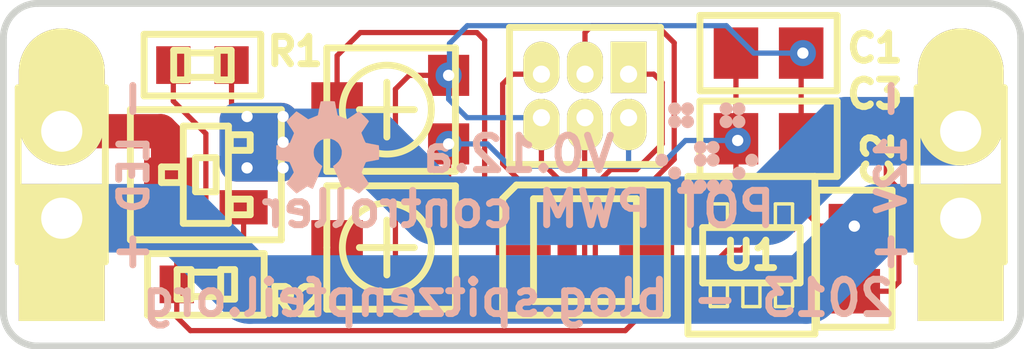
<source format=kicad_pcb>
(kicad_pcb (version 20171130) (host pcbnew "(5.1.12)-1")

  (general
    (thickness 1.6002)
    (drawings 34)
    (tracks 168)
    (zones 0)
    (modules 16)
    (nets 15)
  )

  (page User 431.8 279.4)
  (title_block
    (title LED-strip_PWM)
    (date "24 May 2013")
    (rev 0.12.a)
    (company "2012 - blog.spitzenpfeil.org")
  )

  (layers
    (0 Front signal)
    (31 Back signal)
    (34 B.Paste user hide)
    (35 F.Paste user hide)
    (36 B.SilkS user hide)
    (37 F.SilkS user hide)
    (38 B.Mask user hide)
    (39 F.Mask user hide)
    (40 Dwgs.User user hide)
    (41 Cmts.User user hide)
    (42 Eco1.User user hide)
    (44 Edge.Cuts user)
  )

  (setup
    (last_trace_width 0.1524)
    (user_trace_width 0.1524)
    (user_trace_width 1)
    (user_trace_width 1.5)
    (user_trace_width 2)
    (user_trace_width 2.5)
    (trace_clearance 0.1524)
    (zone_clearance 0.15)
    (zone_45_only yes)
    (trace_min 0.1524)
    (via_size 0.762)
    (via_drill 0.3302)
    (via_min_size 0.6)
    (via_min_drill 0.3)
    (uvia_size 0.508)
    (uvia_drill 0.127)
    (uvias_allowed no)
    (uvia_min_size 0.508)
    (uvia_min_drill 0.127)
    (edge_width 0.2)
    (segment_width 1)
    (pcb_text_width 0.2)
    (pcb_text_size 1 1)
    (mod_edge_width 0.2)
    (mod_text_size 0.8 0.8)
    (mod_text_width 0.2)
    (pad_size 1.05 1.5)
    (pad_drill 0.5)
    (pad_to_mask_clearance 0)
    (pad_to_paste_clearance_ratio -0.06)
    (aux_axis_origin 0 0)
    (visible_elements 7FFFFF7F)
    (pcbplotparams
      (layerselection 0x00030_ffffffff)
      (usegerberextensions true)
      (usegerberattributes true)
      (usegerberadvancedattributes true)
      (creategerberjobfile true)
      (excludeedgelayer true)
      (linewidth 0.150000)
      (plotframeref false)
      (viasonmask false)
      (mode 1)
      (useauxorigin false)
      (hpglpennumber 1)
      (hpglpenspeed 20)
      (hpglpendiameter 15.000000)
      (psnegative false)
      (psa4output false)
      (plotreference true)
      (plotvalue true)
      (plotinvisibletext false)
      (padsonsilk false)
      (subtractmaskfromsilk true)
      (outputformat 1)
      (mirror false)
      (drillshape 0)
      (scaleselection 1)
      (outputdirectory "gerber_files/"))
  )

  (net 0 "")
  (net 1 /MISO)
  (net 2 /MOSI)
  (net 3 /POT1)
  (net 4 /POT2)
  (net 5 /RESET)
  (net 6 /SCK)
  (net 7 /Vin)
  (net 8 /drain)
  (net 9 GND)
  (net 10 GNDPWR)
  (net 11 N-000004)
  (net 12 N-000005)
  (net 13 N-000006)
  (net 14 VCC)

  (net_class Default "This is the default net class."
    (clearance 0.1524)
    (trace_width 0.1524)
    (via_dia 0.762)
    (via_drill 0.3302)
    (uvia_dia 0.508)
    (uvia_drill 0.127)
    (add_net /MISO)
    (add_net /MOSI)
    (add_net /POT1)
    (add_net /POT2)
    (add_net /RESET)
    (add_net /SCK)
    (add_net /drain)
    (add_net N-000004)
    (add_net N-000005)
    (add_net N-000006)
  )

  (net_class Power ""
    (clearance 0.1524)
    (trace_width 0.1524)
    (via_dia 0.762)
    (via_drill 0.3302)
    (uvia_dia 0.508)
    (uvia_drill 0.127)
    (add_net /Vin)
    (add_net GND)
    (add_net GNDPWR)
    (add_net VCC)
  )

  (module MADW__PIN_ARRAY_3x2_1.27mm (layer Front) (tedit 51DAD745) (tstamp 51A00529)
    (at 92.95 50.7 180)
    (descr "Male 3x2 header with 1.27mm raster")
    (tags "CONN, header, male, 3x2, 1.27mm")
    (path /4F6EC6BB)
    (clearance 0.15)
    (fp_text reference JP1 (at 0 -3.1 180) (layer F.SilkS) hide
      (effects (font (size 0.8 0.8) (thickness 0.2)))
    )
    (fp_text value ISP (at 0 3.3 180) (layer F.SilkS) hide
      (effects (font (size 0.8 0.8) (thickness 0.2)))
    )
    (fp_line (start 2.2 2) (end -2.2 2) (layer F.SilkS) (width 0.2))
    (fp_line (start 2.2 -2) (end 2.2 2) (layer F.SilkS) (width 0.2))
    (fp_line (start -2.2 -2) (end -2.2 2) (layer F.SilkS) (width 0.2))
    (fp_line (start 2.2 -2) (end -2.2 -2) (layer F.SilkS) (width 0.2))
    (pad 1 thru_hole rect (at -1.27 0.635 180) (size 1.05 1.5) (drill 0.5 (offset 0 0.2)) (layers *.Cu F.SilkS F.Mask)
      (net 1 /MISO))
    (pad 2 thru_hole oval (at -1.27 -0.635 180) (size 1.05 1.5) (drill 0.5 (offset 0 -0.2)) (layers *.Cu F.SilkS F.Mask)
      (net 14 VCC))
    (pad 3 thru_hole oval (at 0 0.635 180) (size 1.05 1.5) (drill 0.5 (offset 0 0.2)) (layers *.Cu F.SilkS F.Mask)
      (net 6 /SCK))
    (pad 4 thru_hole oval (at 0 -0.635 180) (size 1.05 1.5) (drill 0.5 (offset 0 -0.2)) (layers *.Cu F.SilkS F.Mask)
      (net 2 /MOSI))
    (pad 5 thru_hole oval (at 1.27 0.635 180) (size 1.05 1.5) (drill 0.5 (offset 0 0.2)) (layers *.Cu F.SilkS F.Mask)
      (net 5 /RESET))
    (pad 6 thru_hole oval (at 1.27 -0.635 180) (size 1.05 1.5) (drill 0.5 (offset 0 -0.2)) (layers *.Cu F.SilkS F.Mask)
      (net 9 GND))
  )

  (module MADW__MLF10 (layer Front) (tedit 51D1C650) (tstamp 51A00159)
    (at 92.95 55.2)
    (path /51B1F1AE)
    (attr smd)
    (fp_text reference IC1 (at 0 0 90) (layer F.SilkS) hide
      (effects (font (size 0.8 0.8) (thickness 0.2)))
    )
    (fp_text value MADW__ATTINY13-MM (at 0 3.3) (layer F.SilkS) hide
      (effects (font (size 0.8 0.8) (thickness 0.2)))
    )
    (fp_line (start -1.5 1.5) (end -1.5 -1.5) (layer F.SilkS) (width 0.2))
    (fp_line (start 1.5 1.5) (end -1.5 1.5) (layer F.SilkS) (width 0.2))
    (fp_line (start 1.5 -1.5) (end 1.5 1.5) (layer F.SilkS) (width 0.2))
    (fp_line (start -1.5 -1.5) (end 1.5 -1.5) (layer F.SilkS) (width 0.2))
    (fp_line (start 2.4 -1.9) (end 2.4 1.9) (layer F.SilkS) (width 0.2))
    (fp_line (start 2.4 1.9) (end -2.4 1.9) (layer F.SilkS) (width 0.2))
    (fp_line (start -2 -1.9) (end -2.4 -1.5) (layer F.SilkS) (width 0.2))
    (fp_line (start -2 -1.9) (end 2.4 -1.9) (layer F.SilkS) (width 0.2))
    (fp_line (start -2.4 -1.5) (end -2.4 1.9) (layer F.SilkS) (width 0.2))
    (pad 1 smd rect (at -1.5 -1) (size 1.6 0.3) (drill (offset -0.3 0)) (layers Front F.Paste F.Mask)
      (net 5 /RESET))
    (pad 2 smd rect (at -1.5 -0.5) (size 1.6 0.3) (drill (offset -0.3 0)) (layers Front F.Paste F.Mask)
      (net 3 /POT1))
    (pad 3 smd rect (at -1.5 0) (size 1.6 0.3) (drill (offset -0.3 0)) (layers Front F.Paste F.Mask)
      (net 12 N-000005))
    (pad 4 smd rect (at -1.5 0.5) (size 1.6 0.3) (drill (offset -0.3 0)) (layers Front F.Paste F.Mask)
      (net 4 /POT2))
    (pad 5 smd rect (at -1.5 1) (size 1.6 0.3) (drill (offset -0.3 0)) (layers Front F.Paste F.Mask)
      (net 9 GND))
    (pad 6 smd rect (at 1.5 1) (size 1.6 0.3) (drill (offset 0.3 0)) (layers Front F.Paste F.Mask)
      (net 2 /MOSI))
    (pad 7 smd rect (at 1.5 0.5) (size 1.6 0.3) (drill (offset 0.3 0)) (layers Front F.Paste F.Mask)
      (net 1 /MISO))
    (pad 8 smd rect (at 1.5 0) (size 1.6 0.3) (drill (offset 0.3 0)) (layers Front F.Paste F.Mask)
      (net 13 N-000006))
    (pad 9 smd rect (at 1.5 -0.5) (size 1.6 0.3) (drill (offset 0.3 0)) (layers Front F.Paste F.Mask)
      (net 6 /SCK))
    (pad 10 smd rect (at 1.5 -1) (size 1.6 0.3) (drill (offset 0.3 0)) (layers Front F.Paste F.Mask)
      (net 14 VCC))
  )

  (module MADW__SMD-net-noin-0.5mm (layer Front) (tedit 511B72E3) (tstamp 51050176)
    (at 101.35 51.95)
    (path /50ED7F02)
    (fp_text reference NJ1 (at 0 -3.175) (layer F.SilkS) hide
      (effects (font (size 0.8 0.8) (thickness 0.2)))
    )
    (fp_text value NET-JOIN (at 1.524 2.794) (layer F.SilkS) hide
      (effects (font (size 0.8 0.8) (thickness 0.2)))
    )
    (fp_line (start -0.381 0) (end 0.381 0) (layer Front) (width 0.25))
    (fp_line (start -0.381 -0.127) (end 0.381 -0.127) (layer Front) (width 0.25))
    (fp_line (start -0.381 0.127) (end 0.381 0.127) (layer Front) (width 0.25))
    (pad 1 smd rect (at -0.381 0) (size 0.5 0.5) (layers Front)
      (net 9 GND))
    (pad 2 smd rect (at 0.381 0) (size 0.5 0.5) (layers Front)
      (net 10 GNDPWR))
  )

  (module MADW__SIL-2 (layer Front) (tedit 51A53670) (tstamp 51991833)
    (at 103.9 53 90)
    (descr "Connecteurs 2 pins")
    (tags "CONN DEV")
    (path /50B20DF4)
    (fp_text reference P1 (at 0 -2.54 90) (layer F.SilkS) hide
      (effects (font (size 0.8 0.8) (thickness 0.2)))
    )
    (fp_text value CONN_2 (at 0 2.54 90) (layer F.SilkS) hide
      (effects (font (size 0.8 0.8) (thickness 0.2)))
    )
    (fp_line (start 2.54 1.27) (end -2.54 1.27) (layer F.SilkS) (width 0.2))
    (fp_line (start 2.54 -1.27) (end 2.54 1.27) (layer F.SilkS) (width 0.2))
    (fp_line (start -2.54 -1.27) (end 2.54 -1.27) (layer F.SilkS) (width 0.2))
    (fp_line (start -2.54 1.27) (end -2.54 -1.27) (layer F.SilkS) (width 0.2))
    (pad 1 thru_hole rect (at -1.27 0 90) (size 4 2.5) (drill 1.2 (offset -1 0)) (layers *.Cu *.Mask F.SilkS)
      (net 7 /Vin))
    (pad 2 thru_hole oval (at 1.27 0 90) (size 4 2.5) (drill 1.2 (offset 1 0)) (layers *.Cu *.Mask F.SilkS)
      (net 10 GNDPWR))
  )

  (module MADW__SIL-2 (layer Front) (tedit 51A5363B) (tstamp 5199183C)
    (at 77.7 53 90)
    (descr "Connecteurs 2 pins")
    (tags "CONN DEV")
    (path /50B20CB2)
    (fp_text reference P2 (at 0 -2.54 90) (layer F.SilkS) hide
      (effects (font (size 0.8 0.8) (thickness 0.2)))
    )
    (fp_text value CONN_2 (at 0 2.54 90) (layer F.SilkS) hide
      (effects (font (size 0.8 0.8) (thickness 0.2)))
    )
    (fp_line (start 2.54 1.27) (end -2.54 1.27) (layer F.SilkS) (width 0.2))
    (fp_line (start 2.54 -1.27) (end 2.54 1.27) (layer F.SilkS) (width 0.2))
    (fp_line (start -2.54 -1.27) (end 2.54 -1.27) (layer F.SilkS) (width 0.2))
    (fp_line (start -2.54 1.27) (end -2.54 -1.27) (layer F.SilkS) (width 0.2))
    (pad 1 thru_hole rect (at -1.27 0 90) (size 4 2.5) (drill 1.2 (offset -1 0)) (layers *.Cu *.Mask F.SilkS)
      (net 7 /Vin))
    (pad 2 thru_hole oval (at 1.27 0 90) (size 4 2.5) (drill 1.2 (offset 1 0)) (layers *.Cu *.Mask F.SilkS)
      (net 8 /drain))
  )

  (module MADW__C0805 (layer Front) (tedit 52043284) (tstamp 51991A91)
    (at 98.3 49.45)
    (descr CAPACITOR)
    (tags CAPACITOR)
    (path /4F76EBA8)
    (attr smd)
    (fp_text reference C1 (at 3.1 -0.15 180) (layer F.SilkS)
      (effects (font (size 0.8 0.8) (thickness 0.2)))
    )
    (fp_text value 100nF (at 0 2.2) (layer F.SilkS) hide
      (effects (font (size 0.8 0.8) (thickness 0.2)))
    )
    (fp_line (start -1 0.63) (end -1 -0.63) (layer Dwgs.User) (width 0.2))
    (fp_line (start 1 0.63) (end -1 0.63) (layer Dwgs.User) (width 0.2))
    (fp_line (start 1 -0.63) (end 1 0.63) (layer Dwgs.User) (width 0.2))
    (fp_line (start -1 -0.63) (end 1 -0.63) (layer Dwgs.User) (width 0.2))
    (fp_line (start 0.2 0) (end 0.6 0) (layer Dwgs.User) (width 0.1))
    (fp_line (start -0.2 0) (end -0.6 0) (layer Dwgs.User) (width 0.1))
    (fp_line (start -0.2 -0.4) (end -0.2 0.4) (layer Dwgs.User) (width 0.1))
    (fp_line (start 0.2 -0.4) (end 0.2 0.4) (layer Dwgs.User) (width 0.1))
    (fp_line (start -2 1.1) (end -2 -1.1) (layer F.SilkS) (width 0.2))
    (fp_line (start 2 1.1) (end -2 1.1) (layer F.SilkS) (width 0.2))
    (fp_line (start 2 -1.1) (end 2 1.1) (layer F.SilkS) (width 0.2))
    (fp_line (start 2 -1.1) (end -2 -1.1) (layer F.SilkS) (width 0.2))
    (pad 1 smd rect (at -0.94996 0) (size 1.29794 1.4986) (layers Front F.Paste F.Mask)
      (net 14 VCC))
    (pad 2 smd rect (at 0.94996 0) (size 1.29794 1.4986) (layers Front F.Paste F.Mask)
      (net 9 GND))
  )

  (module MADW__C0805 (layer Front) (tedit 51991D77) (tstamp 51991AA2)
    (at 100.8 55.45 270)
    (descr CAPACITOR)
    (tags CAPACITOR)
    (path /4F76EB9D)
    (attr smd)
    (fp_text reference C2 (at -2.9 -0.7 270) (layer F.SilkS)
      (effects (font (size 0.8 0.8) (thickness 0.2)))
    )
    (fp_text value 100nF (at 0 2.2 270) (layer F.SilkS) hide
      (effects (font (size 0.8 0.8) (thickness 0.2)))
    )
    (fp_line (start -1 0.63) (end -1 -0.63) (layer Dwgs.User) (width 0.2))
    (fp_line (start 1 0.63) (end -1 0.63) (layer Dwgs.User) (width 0.2))
    (fp_line (start 1 -0.63) (end 1 0.63) (layer Dwgs.User) (width 0.2))
    (fp_line (start -1 -0.63) (end 1 -0.63) (layer Dwgs.User) (width 0.2))
    (fp_line (start 0.2 0) (end 0.6 0) (layer Dwgs.User) (width 0.1))
    (fp_line (start -0.2 0) (end -0.6 0) (layer Dwgs.User) (width 0.1))
    (fp_line (start -0.2 -0.4) (end -0.2 0.4) (layer Dwgs.User) (width 0.1))
    (fp_line (start 0.2 -0.4) (end 0.2 0.4) (layer Dwgs.User) (width 0.1))
    (fp_line (start -2 1.1) (end -2 -1.1) (layer F.SilkS) (width 0.2))
    (fp_line (start 2 1.1) (end -2 1.1) (layer F.SilkS) (width 0.2))
    (fp_line (start 2 -1.1) (end 2 1.1) (layer F.SilkS) (width 0.2))
    (fp_line (start 2 -1.1) (end -2 -1.1) (layer F.SilkS) (width 0.2))
    (pad 1 smd rect (at -0.94996 0 270) (size 1.29794 1.4986) (layers Front F.Paste F.Mask)
      (net 7 /Vin))
    (pad 2 smd rect (at 0.94996 0 270) (size 1.29794 1.4986) (layers Front F.Paste F.Mask)
      (net 10 GNDPWR))
  )

  (module MADW__C0805 (layer Front) (tedit 51991D6E) (tstamp 51991AB3)
    (at 98.3 51.95)
    (descr CAPACITOR)
    (tags CAPACITOR)
    (path /4F6EEE81)
    (attr smd)
    (fp_text reference C3 (at 3.1 -1.3) (layer F.SilkS)
      (effects (font (size 0.8 0.8) (thickness 0.2)))
    )
    (fp_text value 4.7µF (at 0 2.2) (layer F.SilkS) hide
      (effects (font (size 0.8 0.8) (thickness 0.2)))
    )
    (fp_line (start -1 0.63) (end -1 -0.63) (layer Dwgs.User) (width 0.2))
    (fp_line (start 1 0.63) (end -1 0.63) (layer Dwgs.User) (width 0.2))
    (fp_line (start 1 -0.63) (end 1 0.63) (layer Dwgs.User) (width 0.2))
    (fp_line (start -1 -0.63) (end 1 -0.63) (layer Dwgs.User) (width 0.2))
    (fp_line (start 0.2 0) (end 0.6 0) (layer Dwgs.User) (width 0.1))
    (fp_line (start -0.2 0) (end -0.6 0) (layer Dwgs.User) (width 0.1))
    (fp_line (start -0.2 -0.4) (end -0.2 0.4) (layer Dwgs.User) (width 0.1))
    (fp_line (start 0.2 -0.4) (end 0.2 0.4) (layer Dwgs.User) (width 0.1))
    (fp_line (start -2 1.1) (end -2 -1.1) (layer F.SilkS) (width 0.2))
    (fp_line (start 2 1.1) (end -2 1.1) (layer F.SilkS) (width 0.2))
    (fp_line (start 2 -1.1) (end 2 1.1) (layer F.SilkS) (width 0.2))
    (fp_line (start 2 -1.1) (end -2 -1.1) (layer F.SilkS) (width 0.2))
    (pad 1 smd rect (at -0.94996 0) (size 1.29794 1.4986) (layers Front F.Paste F.Mask)
      (net 14 VCC))
    (pad 2 smd rect (at 0.94996 0) (size 1.29794 1.4986) (layers Front F.Paste F.Mask)
      (net 9 GND))
  )

  (module MADW__R0603_2 (layer Front) (tedit 519FCED7) (tstamp 51991873)
    (at 81.8 49.8 180)
    (descr RESISTOR)
    (tags RESISTOR)
    (path /50B51D62)
    (attr smd)
    (fp_text reference R1 (at -2.7 0.4) (layer F.SilkS)
      (effects (font (size 0.8 0.8) (thickness 0.2)))
    )
    (fp_text value 100k (at 0 2.1 180) (layer F.SilkS) hide
      (effects (font (size 0.8 0.8) (thickness 0.2)))
    )
    (fp_line (start 0.4318 -0.3556) (end -0.4318 -0.3556) (layer F.SilkS) (width 0.2))
    (fp_line (start -0.4318 0.3556) (end 0.4318 0.3556) (layer F.SilkS) (width 0.2))
    (fp_line (start -0.8382 0.4318) (end -0.8382 -0.4318) (layer F.SilkS) (width 0.2))
    (fp_line (start -0.8382 -0.4318) (end -0.4318 -0.4318) (layer F.SilkS) (width 0.2))
    (fp_line (start -0.4318 0.4318) (end -0.4318 -0.4318) (layer F.SilkS) (width 0.2))
    (fp_line (start -0.8382 0.4318) (end -0.4318 0.4318) (layer F.SilkS) (width 0.2))
    (fp_line (start 0.4318 0.4318) (end 0.4318 -0.4318) (layer F.SilkS) (width 0.2))
    (fp_line (start 0.4318 -0.4318) (end 0.8382 -0.4318) (layer F.SilkS) (width 0.2))
    (fp_line (start 0.8382 0.4318) (end 0.8382 -0.4318) (layer F.SilkS) (width 0.2))
    (fp_line (start 0.4318 0.4318) (end 0.8382 0.4318) (layer F.SilkS) (width 0.2))
    (fp_line (start -1.7 0.9) (end -1.7 -0.9) (layer F.SilkS) (width 0.2))
    (fp_line (start 1.7 0.9) (end -1.7 0.9) (layer F.SilkS) (width 0.2))
    (fp_line (start 1.7 -0.9) (end 1.7 0.9) (layer F.SilkS) (width 0.2))
    (fp_line (start -1.7 -0.9) (end 1.7 -0.9) (layer F.SilkS) (width 0.2))
    (pad 1 smd rect (at -0.84836 0 180) (size 0.99822 1.09982) (layers Front F.Paste F.Mask)
      (net 10 GNDPWR))
    (pad 2 smd rect (at 0.84836 0 180) (size 0.99822 1.09982) (layers Front F.Paste F.Mask)
      (net 2 /MOSI))
  )

  (module MADW__R0603_2 (layer Front) (tedit 519FCED3) (tstamp 519FCE3A)
    (at 81.9 56.2)
    (descr RESISTOR)
    (tags RESISTOR)
    (path /4F6EEBD3)
    (attr smd)
    (fp_text reference R2 (at 2.6 0.5 180) (layer F.SilkS)
      (effects (font (size 0.8 0.8) (thickness 0.2)))
    )
    (fp_text value 150R (at 0 2.1) (layer F.SilkS) hide
      (effects (font (size 0.8 0.8) (thickness 0.2)))
    )
    (fp_line (start 0.4318 -0.3556) (end -0.4318 -0.3556) (layer F.SilkS) (width 0.2))
    (fp_line (start -0.4318 0.3556) (end 0.4318 0.3556) (layer F.SilkS) (width 0.2))
    (fp_line (start -0.8382 0.4318) (end -0.8382 -0.4318) (layer F.SilkS) (width 0.2))
    (fp_line (start -0.8382 -0.4318) (end -0.4318 -0.4318) (layer F.SilkS) (width 0.2))
    (fp_line (start -0.4318 0.4318) (end -0.4318 -0.4318) (layer F.SilkS) (width 0.2))
    (fp_line (start -0.8382 0.4318) (end -0.4318 0.4318) (layer F.SilkS) (width 0.2))
    (fp_line (start 0.4318 0.4318) (end 0.4318 -0.4318) (layer F.SilkS) (width 0.2))
    (fp_line (start 0.4318 -0.4318) (end 0.8382 -0.4318) (layer F.SilkS) (width 0.2))
    (fp_line (start 0.8382 0.4318) (end 0.8382 -0.4318) (layer F.SilkS) (width 0.2))
    (fp_line (start 0.4318 0.4318) (end 0.8382 0.4318) (layer F.SilkS) (width 0.2))
    (fp_line (start -1.7 0.9) (end -1.7 -0.9) (layer F.SilkS) (width 0.2))
    (fp_line (start 1.7 0.9) (end -1.7 0.9) (layer F.SilkS) (width 0.2))
    (fp_line (start 1.7 -0.9) (end 1.7 0.9) (layer F.SilkS) (width 0.2))
    (fp_line (start -1.7 -0.9) (end 1.7 -0.9) (layer F.SilkS) (width 0.2))
    (pad 1 smd rect (at -0.84836 0) (size 0.99822 1.09982) (layers Front F.Paste F.Mask)
      (net 2 /MOSI))
    (pad 2 smd rect (at 0.84836 0) (size 0.99822 1.09982) (layers Front F.Paste F.Mask)
      (net 11 N-000004))
  )

  (module MADW__TC33X-POT (layer Front) (tedit 51A00109) (tstamp 51A0050B)
    (at 87.175 51.1 90)
    (path /519FCA8A)
    (fp_text reference RV1 (at -0.01 -3.44 90) (layer F.SilkS) hide
      (effects (font (size 0.8 0.8) (thickness 0.2)))
    )
    (fp_text value 50k (at 0 3.85064 90) (layer F.SilkS) hide
      (effects (font (size 0.8 0.8) (thickness 0.2)))
    )
    (fp_line (start -1.80086 -1.75006) (end 0 -1.75006) (layer F.SilkS) (width 0.2))
    (fp_line (start -1.80086 1.99898) (end -1.80086 -1.75006) (layer F.SilkS) (width 0.2))
    (fp_line (start 1.80086 1.99898) (end -1.80086 1.99898) (layer F.SilkS) (width 0.2))
    (fp_line (start 1.80086 -1.75006) (end 1.80086 1.99898) (layer F.SilkS) (width 0.2))
    (fp_line (start 0 -1.75006) (end 1.80086 -1.75006) (layer F.SilkS) (width 0.2))
    (fp_circle (center 0 0) (end 1.15062 0.59944) (layer F.SilkS) (width 0.2))
    (fp_line (start 0 -0.8001) (end 0 0.8001) (layer F.SilkS) (width 0.2))
    (fp_line (start -0.8001 0) (end 0.8001 0) (layer F.SilkS) (width 0.2))
    (pad 1 smd rect (at -1.00076 1.80086 90) (size 1.19888 1.19888) (layers Front F.Paste F.Mask)
      (net 14 VCC))
    (pad 3 smd rect (at 1.00076 1.80086 90) (size 1.19888 1.19888) (layers Front F.Paste F.Mask)
      (net 9 GND))
    (pad 2 smd rect (at 0 -1.45034 90) (size 1.6002 1.50114) (layers Front F.Paste F.Mask)
      (net 3 /POT1))
  )

  (module MADW__TC33X-POT (layer Front) (tedit 519FCB6D) (tstamp 519FCC4F)
    (at 87.175 55.125 90)
    (path /519FCA99)
    (fp_text reference RV2 (at -0.01 -3.44 90) (layer F.SilkS) hide
      (effects (font (size 0.8 0.8) (thickness 0.2)))
    )
    (fp_text value 50k (at 0 3.85064 90) (layer F.SilkS) hide
      (effects (font (size 0.8 0.8) (thickness 0.2)))
    )
    (fp_line (start -1.80086 -1.75006) (end 0 -1.75006) (layer F.SilkS) (width 0.2))
    (fp_line (start -1.80086 1.99898) (end -1.80086 -1.75006) (layer F.SilkS) (width 0.2))
    (fp_line (start 1.80086 1.99898) (end -1.80086 1.99898) (layer F.SilkS) (width 0.2))
    (fp_line (start 1.80086 -1.75006) (end 1.80086 1.99898) (layer F.SilkS) (width 0.2))
    (fp_line (start 0 -1.75006) (end 1.80086 -1.75006) (layer F.SilkS) (width 0.2))
    (fp_circle (center 0 0) (end 1.15062 0.59944) (layer F.SilkS) (width 0.2))
    (fp_line (start 0 -0.8001) (end 0 0.8001) (layer F.SilkS) (width 0.2))
    (fp_line (start -0.8001 0) (end 0.8001 0) (layer F.SilkS) (width 0.2))
    (pad 1 smd rect (at -1.00076 1.80086 90) (size 1.19888 1.19888) (layers Front F.Paste F.Mask)
      (net 9 GND))
    (pad 3 smd rect (at 1.00076 1.80086 90) (size 1.19888 1.19888) (layers Front F.Paste F.Mask)
      (net 14 VCC))
    (pad 2 smd rect (at 0 -1.45034 90) (size 1.6002 1.50114) (layers Front F.Paste F.Mask)
      (net 4 /POT2))
  )

  (module MADW__SOT23 (layer Front) (tedit 519FE6EE) (tstamp 519FDA42)
    (at 81.9 53 90)
    (descr "SMALL OUTLINE TRANSISTOR")
    (tags "SMALL OUTLINE TRANSISTOR")
    (path /519FBEE4)
    (attr smd)
    (fp_text reference T1 (at 0 -3 90) (layer F.SilkS) hide
      (effects (font (size 0.8 0.8) (thickness 0.2)))
    )
    (fp_text value AO3400 (at 0 3.2 90) (layer F.SilkS) hide
      (effects (font (size 0.8 0.8) (thickness 0.2)))
    )
    (fp_line (start -1.41986 -0.65786) (end 1.41986 -0.65786) (layer F.SilkS) (width 0.2))
    (fp_line (start -1.41986 0.65786) (end -1.41986 -0.65786) (layer F.SilkS) (width 0.2))
    (fp_line (start 1.41986 0.65786) (end -1.41986 0.65786) (layer F.SilkS) (width 0.2))
    (fp_line (start 1.41986 -0.65786) (end 1.41986 0.65786) (layer F.SilkS) (width 0.2))
    (fp_line (start -0.49784 0.29972) (end -0.49784 -0.29972) (layer F.SilkS) (width 0.2))
    (fp_line (start -0.49784 -0.29972) (end 0.49784 -0.29972) (layer F.SilkS) (width 0.2))
    (fp_line (start 0.49784 0.29972) (end 0.49784 -0.29972) (layer F.SilkS) (width 0.2))
    (fp_line (start -0.49784 0.29972) (end 0.49784 0.29972) (layer F.SilkS) (width 0.2))
    (fp_line (start -1.1684 1.29286) (end -1.1684 0.7112) (layer F.SilkS) (width 0.2))
    (fp_line (start -1.1684 0.7112) (end -0.7112 0.7112) (layer F.SilkS) (width 0.2))
    (fp_line (start -0.7112 1.29286) (end -0.7112 0.7112) (layer F.SilkS) (width 0.2))
    (fp_line (start -1.1684 1.29286) (end -0.7112 1.29286) (layer F.SilkS) (width 0.2))
    (fp_line (start 0.7112 1.29286) (end 0.7112 0.7112) (layer F.SilkS) (width 0.2))
    (fp_line (start 0.7112 0.7112) (end 1.1684 0.7112) (layer F.SilkS) (width 0.2))
    (fp_line (start 1.1684 1.29286) (end 1.1684 0.7112) (layer F.SilkS) (width 0.2))
    (fp_line (start 0.7112 1.29286) (end 1.1684 1.29286) (layer F.SilkS) (width 0.2))
    (fp_line (start -0.2286 -0.7112) (end -0.2286 -1.29286) (layer F.SilkS) (width 0.2))
    (fp_line (start -0.2286 -1.29286) (end 0.2286 -1.29286) (layer F.SilkS) (width 0.2))
    (fp_line (start 0.2286 -0.7112) (end 0.2286 -1.29286) (layer F.SilkS) (width 0.2))
    (fp_line (start -0.2286 -0.7112) (end 0.2286 -0.7112) (layer F.SilkS) (width 0.2))
    (fp_line (start -1.9 -2.2) (end 1.9 -2.2) (layer F.SilkS) (width 0.2))
    (fp_line (start -1.9 2.2) (end -1.9 -2.2) (layer F.SilkS) (width 0.2))
    (fp_line (start 1.9 2.2) (end -1.9 2.2) (layer F.SilkS) (width 0.2))
    (fp_line (start 1.9 -2.2) (end 1.9 2.2) (layer F.SilkS) (width 0.2))
    (pad 1 smd rect (at -0.95 1.1 90) (size 1 1.4) (layers Front F.Paste F.Mask)
      (net 11 N-000004))
    (pad 2 smd rect (at 0.95 1.1 90) (size 1 1.4) (layers Front F.Paste F.Mask)
      (net 10 GNDPWR))
    (pad 3 smd rect (at 0 -1.1 90) (size 1 1.4) (layers Front F.Paste F.Mask)
      (net 8 /drain))
  )

  (module MADW__SOT23-5 (layer Front) (tedit 519FE6F7) (tstamp 519FC4C3)
    (at 97.8 55.35)
    (descr "SMALL OUTLINE TRANSISTOR")
    (tags "SMALL OUTLINE TRANSISTOR")
    (path /50ED7AA4)
    (attr smd)
    (fp_text reference U1 (at 0 0) (layer F.SilkS)
      (effects (font (size 0.8 0.8) (thickness 0.2)))
    )
    (fp_text value MCP1804-SOT23-5 (at 0 3.1) (layer F.SilkS) hide
      (effects (font (size 0.8 0.8) (thickness 0.2)))
    )
    (fp_line (start -1.41986 0.80772) (end -1.41986 -0.80772) (layer F.SilkS) (width 0.2))
    (fp_line (start 1.41986 -0.80772) (end 1.41986 0.80772) (layer F.SilkS) (width 0.2))
    (fp_line (start -1.19888 -0.84836) (end -1.19888 -1.4986) (layer F.SilkS) (width 0.1))
    (fp_line (start -1.19888 -1.4986) (end -0.6985 -1.4986) (layer F.SilkS) (width 0.1))
    (fp_line (start -0.6985 -0.84836) (end -0.6985 -1.4986) (layer F.SilkS) (width 0.1))
    (fp_line (start 0.6985 -0.84836) (end 0.6985 -1.4986) (layer F.SilkS) (width 0.1))
    (fp_line (start 0.6985 -1.4986) (end 1.19888 -1.4986) (layer F.SilkS) (width 0.1))
    (fp_line (start 1.19888 -0.84836) (end 1.19888 -1.4986) (layer F.SilkS) (width 0.1))
    (fp_line (start 0.6985 1.4986) (end 0.6985 0.84836) (layer F.SilkS) (width 0.1))
    (fp_line (start 1.19888 1.4986) (end 1.19888 0.84836) (layer F.SilkS) (width 0.1))
    (fp_line (start 0.6985 1.4986) (end 1.19888 1.4986) (layer F.SilkS) (width 0.1))
    (fp_line (start -0.24892 1.4986) (end -0.24892 0.84836) (layer F.SilkS) (width 0.1))
    (fp_line (start 0.24892 1.4986) (end 0.24892 0.84836) (layer F.SilkS) (width 0.1))
    (fp_line (start -0.24892 1.4986) (end 0.24892 1.4986) (layer F.SilkS) (width 0.1))
    (fp_line (start -1.19888 1.4986) (end -1.19888 0.84836) (layer F.SilkS) (width 0.1))
    (fp_line (start -0.6985 1.4986) (end -0.6985 0.84836) (layer F.SilkS) (width 0.1))
    (fp_line (start -1.19888 1.4986) (end -0.6985 1.4986) (layer F.SilkS) (width 0.1))
    (fp_line (start -1.41986 0.80772) (end 1.41986 0.80772) (layer F.SilkS) (width 0.2))
    (fp_line (start -1.41986 -0.80772) (end 1.41986 -0.80772) (layer F.SilkS) (width 0.2))
    (fp_line (start 1.85 -2.3) (end 1.85 2.3) (layer F.SilkS) (width 0.2))
    (fp_line (start -1.85 2.3) (end 1.85 2.3) (layer F.SilkS) (width 0.2))
    (fp_line (start -1.85 -2.3) (end -1.85 2.3) (layer F.SilkS) (width 0.2))
    (fp_line (start -1.85 -2.3) (end 1.85 -2.3) (layer F.SilkS) (width 0.2))
    (pad 1 smd rect (at -0.95 1.3) (size 0.65 1.25) (layers Front F.Paste F.Mask)
      (net 7 /Vin))
    (pad 2 smd rect (at 0 1.3) (size 0.65 1.25) (layers Front F.Paste F.Mask)
      (net 10 GNDPWR))
    (pad 3 smd rect (at 0.95 1.3) (size 0.65 1.25) (layers Front F.Paste F.Mask))
    (pad 4 smd rect (at 0.95 -1.3) (size 0.65 1.25) (layers Front F.Paste F.Mask)
      (net 7 /Vin))
    (pad 5 smd rect (at -0.95 -1.3) (size 0.65 1.25) (layers Front F.Paste F.Mask)
      (net 14 VCC))
  )

  (module LED_smile_silkscreen_3mm (layer Back) (tedit 51A3B035) (tstamp 51A4700B)
    (at 96.5 52.2)
    (fp_text reference G2 (at 0 -1.7272) (layer B.SilkS) hide
      (effects (font (size 0.8 0.8) (thickness 0.2)) (justify mirror))
    )
    (fp_text value LED_smile_silkscreen_3mm (at 0 1.7272) (layer B.SilkS) hide
      (effects (font (size 0.8 0.8) (thickness 0.2)) (justify mirror))
    )
    (fp_poly (pts (xy 0.5715 -0.56134) (xy 0.60706 -0.56642) (xy 0.64262 -0.57912) (xy 0.67564 -0.59944)
      (xy 0.70104 -0.62484) (xy 0.7239 -0.65532) (xy 0.73914 -0.69088) (xy 0.74422 -0.70358)
      (xy 0.74676 -0.71374) (xy 0.74676 -0.71628) (xy 0.7493 -0.7239) (xy 0.7493 -0.7747)
      (xy 0.74676 -0.77978) (xy 0.74422 -0.79248) (xy 0.7366 -0.81534) (xy 0.72136 -0.84836)
      (xy 0.6985 -0.87884) (xy 0.66802 -0.9017) (xy 0.635 -0.92202) (xy 0.59944 -0.93218)
      (xy 0.58166 -0.93726) (xy 0.59436 -0.9398) (xy 0.62484 -0.94742) (xy 0.65532 -0.96012)
      (xy 0.66548 -0.96774) (xy 0.6858 -0.98552) (xy 0.70358 -1.0033) (xy 0.71882 -1.02108)
      (xy 0.72644 -1.03632) (xy 0.73914 -1.06172) (xy 0.74422 -1.08204) (xy 0.74676 -1.0922)
      (xy 0.7493 -1.09728) (xy 0.7493 -1.09474) (xy 0.75184 -1.08458) (xy 0.75946 -1.05918)
      (xy 0.77724 -1.02362) (xy 0.80264 -0.99314) (xy 0.83058 -0.97028) (xy 0.8636 -0.94996)
      (xy 0.90424 -0.9398) (xy 0.91694 -0.93726) (xy 0.89916 -0.93218) (xy 0.88138 -0.9271)
      (xy 0.84582 -0.91186) (xy 0.8128 -0.889) (xy 0.7874 -0.86106) (xy 0.77724 -0.8509)
      (xy 0.76962 -0.83312) (xy 0.75946 -0.8128) (xy 0.75438 -0.8001) (xy 0.75184 -0.78486)
      (xy 0.7493 -0.77724) (xy 0.7493 -0.7747) (xy 0.7493 -0.7239) (xy 0.7493 -0.72136)
      (xy 0.75184 -0.7112) (xy 0.75438 -0.6985) (xy 0.76708 -0.67056) (xy 0.77978 -0.64516)
      (xy 0.79248 -0.62992) (xy 0.82042 -0.60198) (xy 0.85344 -0.58166) (xy 0.89154 -0.56642)
      (xy 0.90678 -0.56388) (xy 0.93218 -0.56134) (xy 0.96012 -0.56388) (xy 0.98298 -0.56642)
      (xy 0.98552 -0.56642) (xy 1.02362 -0.58166) (xy 1.05664 -0.60452) (xy 1.08204 -0.63246)
      (xy 1.1049 -0.66548) (xy 1.1176 -0.70358) (xy 1.12268 -0.71882) (xy 1.12268 -0.74676)
      (xy 1.12268 -0.77216) (xy 1.1176 -0.79502) (xy 1.11252 -0.81534) (xy 1.09982 -0.84074)
      (xy 1.08458 -0.86614) (xy 1.0668 -0.88392) (xy 1.04394 -0.9017) (xy 1.01854 -0.91694)
      (xy 1.01092 -0.92202) (xy 0.99314 -0.9271) (xy 0.97536 -0.93218) (xy 0.96266 -0.93472)
      (xy 0.96012 -0.93472) (xy 0.9652 -0.93726) (xy 0.97536 -0.9398) (xy 0.99822 -0.94742)
      (xy 1.02108 -0.95758) (xy 1.0414 -0.96774) (xy 1.04648 -0.97282) (xy 1.07188 -0.99314)
      (xy 1.0922 -1.02108) (xy 1.10744 -1.04902) (xy 1.11506 -1.06172) (xy 1.12268 -1.09982)
      (xy 1.12268 -1.13792) (xy 1.1176 -1.17602) (xy 1.11506 -1.18364) (xy 1.09728 -1.2192)
      (xy 1.07442 -1.24968) (xy 1.04648 -1.27508) (xy 1.01346 -1.2954) (xy 0.97536 -1.3081)
      (xy 0.97028 -1.3081) (xy 0.94488 -1.31064) (xy 0.91694 -1.31064) (xy 0.89408 -1.30556)
      (xy 0.88646 -1.30556) (xy 0.8509 -1.29032) (xy 0.81788 -1.27) (xy 0.78994 -1.23952)
      (xy 0.76708 -1.2065) (xy 0.762 -1.19634) (xy 0.75692 -1.17856) (xy 0.75184 -1.16332)
      (xy 0.75184 -1.15062) (xy 0.75184 -1.14808) (xy 0.7493 -1.14808) (xy 0.74676 -1.15316)
      (xy 0.74422 -1.16332) (xy 0.73914 -1.18872) (xy 0.72136 -1.22174) (xy 0.6985 -1.24968)
      (xy 0.67056 -1.27508) (xy 0.63754 -1.2954) (xy 0.60452 -1.30556) (xy 0.56642 -1.31064)
      (xy 0.52832 -1.3081) (xy 0.49276 -1.29794) (xy 0.47244 -1.28778) (xy 0.43942 -1.26746)
      (xy 0.41402 -1.23952) (xy 0.3937 -1.2065) (xy 0.37846 -1.1684) (xy 0.37846 -1.16078)
      (xy 0.37338 -1.1303) (xy 0.37592 -1.10236) (xy 0.38354 -1.0668) (xy 0.39878 -1.03124)
      (xy 0.42164 -1.00076) (xy 0.44958 -0.97282) (xy 0.4826 -0.9525) (xy 0.5207 -0.9398)
      (xy 0.52832 -0.93726) (xy 0.53594 -0.93472) (xy 0.52578 -0.93472) (xy 0.50292 -0.9271)
      (xy 0.48006 -0.91694) (xy 0.4572 -0.90424) (xy 0.43688 -0.889) (xy 0.41148 -0.86106)
      (xy 0.39116 -0.8255) (xy 0.38862 -0.82042) (xy 0.37592 -0.78486) (xy 0.37338 -0.74676)
      (xy 0.37846 -0.70612) (xy 0.39116 -0.67056) (xy 0.39878 -0.65278) (xy 0.41148 -0.63754)
      (xy 0.42672 -0.61976) (xy 0.42672 -0.61722) (xy 0.4572 -0.59182) (xy 0.49276 -0.57404)
      (xy 0.52832 -0.56388) (xy 0.5334 -0.56388) (xy 0.5715 -0.56134)) (layer B.SilkS) (width 0.00254))
    (fp_poly (pts (xy -0.55626 -0.56134) (xy -0.51816 -0.56642) (xy -0.4826 -0.57912) (xy -0.46482 -0.58674)
      (xy -0.44958 -0.59944) (xy -0.4318 -0.61468) (xy -0.41148 -0.635) (xy -0.39116 -0.66802)
      (xy -0.37846 -0.70358) (xy -0.37592 -0.71374) (xy -0.37338 -0.73914) (xy -0.37338 -0.76454)
      (xy -0.37846 -0.7874) (xy -0.38862 -0.82042) (xy -0.40386 -0.85344) (xy -0.42672 -0.88138)
      (xy -0.4318 -0.88392) (xy -0.44958 -0.89916) (xy -0.4699 -0.91186) (xy -0.48768 -0.92202)
      (xy -0.4953 -0.92456) (xy -0.51054 -0.92964) (xy -0.52578 -0.93218) (xy -0.53594 -0.93472)
      (xy -0.54356 -0.93472) (xy -0.53594 -0.93726) (xy -0.52578 -0.9398) (xy -0.51562 -0.94234)
      (xy -0.50038 -0.94488) (xy -0.47244 -0.96012) (xy -0.4445 -0.97536) (xy -0.42418 -0.99568)
      (xy -0.4191 -1.00076) (xy -0.39624 -1.03378) (xy -0.381 -1.06934) (xy -0.37338 -1.1049)
      (xy -0.37338 -1.143) (xy -0.37592 -1.15316) (xy -0.38608 -1.19126) (xy -0.40386 -1.22428)
      (xy -0.42926 -1.2573) (xy -0.45212 -1.27508) (xy -0.48514 -1.2954) (xy -0.5207 -1.3081)
      (xy -0.52832 -1.3081) (xy -0.55372 -1.31064) (xy -0.57912 -1.31064) (xy -0.60452 -1.30556)
      (xy -0.62484 -1.30048) (xy -0.6604 -1.2827) (xy -0.69088 -1.25984) (xy -0.71374 -1.2319)
      (xy -0.73406 -1.19888) (xy -0.74422 -1.16332) (xy -0.74676 -1.15824) (xy -0.7493 -1.15062)
      (xy -0.7493 -1.14554) (xy -0.75184 -1.15062) (xy -0.75184 -1.15824) (xy -0.75438 -1.17348)
      (xy -0.762 -1.19126) (xy -0.76708 -1.2065) (xy -0.7747 -1.21666) (xy -0.79756 -1.24968)
      (xy -0.8255 -1.27508) (xy -0.85852 -1.2954) (xy -0.89408 -1.30556) (xy -0.93472 -1.31064)
      (xy -0.9652 -1.3081) (xy -1.00076 -1.30048) (xy -1.03378 -1.2827) (xy -1.0541 -1.27)
      (xy -1.08204 -1.24206) (xy -1.10236 -1.21158) (xy -1.1176 -1.17602) (xy -1.12268 -1.14046)
      (xy -1.12268 -1.10236) (xy -1.11506 -1.0668) (xy -1.09982 -1.03124) (xy -1.07696 -1.00076)
      (xy -1.04902 -0.97282) (xy -1.01346 -0.9525) (xy -0.97536 -0.9398) (xy -0.95504 -0.93472)
      (xy -0.96774 -0.93472) (xy -0.97536 -0.93218) (xy -1.00584 -0.92456) (xy -1.03378 -0.90932)
      (xy -1.06172 -0.889) (xy -1.08458 -0.86614) (xy -1.09728 -0.84582) (xy -1.10998 -0.82042)
      (xy -1.1176 -0.79502) (xy -1.12268 -0.7747) (xy -1.12268 -0.75184) (xy -1.12268 -0.72644)
      (xy -1.12014 -0.70866) (xy -1.11252 -0.6858) (xy -1.09474 -0.65024) (xy -1.07188 -0.61976)
      (xy -1.0414 -0.59436) (xy -1.00838 -0.57404) (xy -0.96774 -0.56388) (xy -0.95758 -0.56134)
      (xy -0.93472 -0.56134) (xy -0.91186 -0.56388) (xy -0.889 -0.56642) (xy -0.87376 -0.5715)
      (xy -0.8382 -0.58928) (xy -0.80772 -0.61214) (xy -0.78232 -0.64008) (xy -0.76454 -0.6731)
      (xy -0.75184 -0.7112) (xy -0.75184 -0.71374) (xy -0.7493 -0.7239) (xy -0.7493 -0.72136)
      (xy -0.7493 -0.7747) (xy -0.75184 -0.78232) (xy -0.75184 -0.78486) (xy -0.75946 -0.81026)
      (xy -0.76962 -0.83566) (xy -0.78486 -0.86106) (xy -0.79756 -0.87376) (xy -0.8255 -0.9017)
      (xy -0.86106 -0.91948) (xy -0.89916 -0.93218) (xy -0.91694 -0.93726) (xy -0.90424 -0.9398)
      (xy -0.89154 -0.94234) (xy -0.88138 -0.94488) (xy -0.87376 -0.94742) (xy -0.8382 -0.96266)
      (xy -0.80772 -0.98806) (xy -0.78232 -1.016) (xy -0.76454 -1.04902) (xy -0.75184 -1.08458)
      (xy -0.75184 -1.0922) (xy -0.7493 -1.09728) (xy -0.74676 -1.09474) (xy -0.74422 -1.08458)
      (xy -0.74422 -1.08204) (xy -0.73914 -1.06172) (xy -0.72898 -1.0414) (xy -0.71882 -1.02108)
      (xy -0.70866 -1.00838) (xy -0.69088 -0.9906) (xy -0.6731 -0.97282) (xy -0.65532 -0.96012)
      (xy -0.65278 -0.96012) (xy -0.62484 -0.94742) (xy -0.59436 -0.9398) (xy -0.58166 -0.93726)
      (xy -0.5969 -0.93218) (xy -0.62992 -0.92456) (xy -0.66294 -0.90678) (xy -0.69342 -0.88392)
      (xy -0.71628 -0.85598) (xy -0.72136 -0.84582) (xy -0.73152 -0.82804) (xy -0.73914 -0.80772)
      (xy -0.74422 -0.78994) (xy -0.74676 -0.77724) (xy -0.7493 -0.7747) (xy -0.7493 -0.72136)
      (xy -0.74676 -0.72136) (xy -0.74676 -0.71374) (xy -0.74422 -0.70358) (xy -0.73914 -0.69088)
      (xy -0.73152 -0.6731) (xy -0.71374 -0.64008) (xy -0.68834 -0.61214) (xy -0.6604 -0.58928)
      (xy -0.62738 -0.57404) (xy -0.59182 -0.56388) (xy -0.55626 -0.56134)) (layer B.SilkS) (width 0.00254))
    (fp_poly (pts (xy 1.29794 0.56134) (xy 1.32842 0.56134) (xy 1.35636 0.55626) (xy 1.37414 0.55118)
      (xy 1.4097 0.5334) (xy 1.44018 0.51054) (xy 1.46558 0.4826) (xy 1.48336 0.44958)
      (xy 1.49352 0.41402) (xy 1.4986 0.37338) (xy 1.4986 0.35814) (xy 1.49098 0.32004)
      (xy 1.47574 0.28448) (xy 1.45288 0.24892) (xy 1.44526 0.24384) (xy 1.41986 0.22098)
      (xy 1.38938 0.2032) (xy 1.35636 0.1905) (xy 1.35382 0.1905) (xy 1.32588 0.18796)
      (xy 1.2954 0.18796) (xy 1.26746 0.1905) (xy 1.2573 0.19304) (xy 1.22174 0.20828)
      (xy 1.19126 0.23114) (xy 1.16586 0.25654) (xy 1.14554 0.28702) (xy 1.1303 0.32004)
      (xy 1.12522 0.35814) (xy 1.12522 0.39624) (xy 1.13284 0.43434) (xy 1.14554 0.46228)
      (xy 1.1684 0.49276) (xy 1.19634 0.5207) (xy 1.22682 0.54102) (xy 1.26492 0.55626)
      (xy 1.26746 0.55626) (xy 1.29794 0.56134)) (layer B.SilkS) (width 0.00254))
    (fp_poly (pts (xy 0.18288 0.56134) (xy 0.21844 0.5588) (xy 0.254 0.54864) (xy 0.27686 0.53848)
      (xy 0.30734 0.51562) (xy 0.33528 0.48768) (xy 0.3556 0.45466) (xy 0.3683 0.4191)
      (xy 0.37084 0.41148) (xy 0.37338 0.381) (xy 0.37338 0.35306) (xy 0.36576 0.32004)
      (xy 0.35052 0.28194) (xy 0.32766 0.25146) (xy 0.29972 0.22606) (xy 0.2667 0.20574)
      (xy 0.2286 0.1905) (xy 0.20574 0.18542) (xy 0.21844 0.18288) (xy 0.22098 0.18288)
      (xy 0.24638 0.17526) (xy 0.27432 0.16256) (xy 0.30226 0.14732) (xy 0.3048 0.14224)
      (xy 0.33274 0.11684) (xy 0.35306 0.08382) (xy 0.36576 0.04826) (xy 0.37338 0.0127)
      (xy 0.37338 -0.02286) (xy 0.36322 -0.05842) (xy 0.34798 -0.09398) (xy 0.34798 -0.09652)
      (xy 0.32258 -0.127) (xy 0.29464 -0.1524) (xy 0.26416 -0.17018) (xy 0.2286 -0.18034)
      (xy 0.19304 -0.18542) (xy 0.15748 -0.18288) (xy 0.12192 -0.17526) (xy 0.0889 -0.15748)
      (xy 0.05588 -0.13462) (xy 0.04064 -0.11684) (xy 0.02286 -0.0889) (xy 0.00762 -0.06096)
      (xy 0.00254 -0.03302) (xy 0 -0.0254) (xy 0 -0.02286) (xy 0 -0.0254)
      (xy -0.00254 -0.03302) (xy -0.00762 -0.05842) (xy -0.02032 -0.08382) (xy -0.03556 -0.10922)
      (xy -0.04572 -0.12192) (xy -0.07366 -0.14732) (xy -0.10668 -0.16764) (xy -0.14224 -0.18034)
      (xy -0.18034 -0.18542) (xy -0.21844 -0.18288) (xy -0.2413 -0.1778) (xy -0.27686 -0.16256)
      (xy -0.30734 -0.14224) (xy -0.33528 -0.1143) (xy -0.3556 -0.08128) (xy -0.3683 -0.04318)
      (xy -0.37084 -0.0254) (xy -0.37338 0.0127) (xy -0.36576 0.04826) (xy -0.35306 0.08382)
      (xy -0.33274 0.11684) (xy -0.3048 0.14224) (xy -0.27178 0.1651) (xy -0.25654 0.17272)
      (xy -0.23876 0.1778) (xy -0.22352 0.18288) (xy -0.21082 0.18542) (xy -0.21844 0.18796)
      (xy -0.23622 0.19304) (xy -0.26162 0.2032) (xy -0.28448 0.21336) (xy -0.29464 0.22098)
      (xy -0.32004 0.24384) (xy -0.3429 0.26924) (xy -0.35814 0.29718) (xy -0.3683 0.3302)
      (xy -0.37338 0.36322) (xy -0.37338 0.39624) (xy -0.37084 0.40132) (xy -0.36068 0.44196)
      (xy -0.3429 0.47498) (xy -0.3175 0.50546) (xy -0.29718 0.52578) (xy -0.26416 0.5461)
      (xy -0.22606 0.55626) (xy -0.21336 0.5588) (xy -0.19304 0.56134) (xy -0.17018 0.5588)
      (xy -0.14986 0.5588) (xy -0.13462 0.55372) (xy -0.12192 0.55118) (xy -0.08636 0.5334)
      (xy -0.05588 0.508) (xy -0.03048 0.47752) (xy -0.02032 0.46228) (xy -0.01016 0.43688)
      (xy -0.00254 0.41148) (xy 0 0.40132) (xy 0 0.39878) (xy 0 0.34798)
      (xy 0 0.34544) (xy -0.00254 0.33528) (xy -0.00254 0.33274) (xy -0.01524 0.29972)
      (xy -0.03302 0.2667) (xy -0.05588 0.23876) (xy -0.08382 0.2159) (xy -0.11684 0.20066)
      (xy -0.11938 0.19812) (xy -0.13462 0.19304) (xy -0.14986 0.1905) (xy -0.16764 0.18542)
      (xy -0.1524 0.18288) (xy -0.12954 0.1778) (xy -0.09652 0.16256) (xy -0.06604 0.14224)
      (xy -0.0381 0.1143) (xy -0.01778 0.08382) (xy -0.0127 0.06858) (xy -0.00508 0.04826)
      (xy -0.00254 0.03302) (xy 0 0.0254) (xy 0 0.02286) (xy 0 0.0254)
      (xy 0.00254 0.03302) (xy 0.00508 0.04572) (xy 0.01016 0.06604) (xy 0.01778 0.08382)
      (xy 0.03048 0.10414) (xy 0.05588 0.13208) (xy 0.08382 0.15494) (xy 0.11684 0.17272)
      (xy 0.1524 0.18288) (xy 0.16764 0.18542) (xy 0.1524 0.1905) (xy 0.14986 0.1905)
      (xy 0.13208 0.19304) (xy 0.11684 0.20066) (xy 0.1143 0.20066) (xy 0.08128 0.21844)
      (xy 0.05334 0.2413) (xy 0.03048 0.26924) (xy 0.0127 0.30226) (xy 0.00254 0.33528)
      (xy 0 0.34544) (xy 0 0.34798) (xy 0 0.39878) (xy 0 0.40386)
      (xy 0.00254 0.41148) (xy 0.01016 0.43688) (xy 0.0254 0.4699) (xy 0.04826 0.50038)
      (xy 0.0762 0.52578) (xy 0.10922 0.54356) (xy 0.14478 0.55626) (xy 0.18288 0.56134)) (layer B.SilkS) (width 0.00254))
    (fp_poly (pts (xy -1.3208 0.56134) (xy -1.2954 0.56134) (xy -1.27254 0.55626) (xy -1.2446 0.54864)
      (xy -1.21158 0.53086) (xy -1.17856 0.50546) (xy -1.15824 0.4826) (xy -1.14046 0.44958)
      (xy -1.12776 0.41402) (xy -1.12522 0.39878) (xy -1.12522 0.37592) (xy -1.12522 0.35306)
      (xy -1.12776 0.33528) (xy -1.1303 0.32258) (xy -1.14554 0.28702) (xy -1.16586 0.254)
      (xy -1.1938 0.22606) (xy -1.22936 0.20574) (xy -1.24206 0.20066) (xy -1.26492 0.1905)
      (xy -1.29032 0.18796) (xy -1.31826 0.18796) (xy -1.33604 0.18796) (xy -1.35636 0.1905)
      (xy -1.37414 0.19558) (xy -1.39446 0.20574) (xy -1.40716 0.21336) (xy -1.43764 0.23622)
      (xy -1.46304 0.26416) (xy -1.48336 0.29972) (xy -1.49606 0.33782) (xy -1.49606 0.34544)
      (xy -1.4986 0.3683) (xy -1.4986 0.39116) (xy -1.49606 0.41148) (xy -1.49352 0.42418)
      (xy -1.47828 0.45974) (xy -1.45542 0.49276) (xy -1.43002 0.5207) (xy -1.39446 0.54102)
      (xy -1.3589 0.55626) (xy -1.3462 0.5588) (xy -1.3208 0.56134)) (layer B.SilkS) (width 0.00254))
    (fp_poly (pts (xy 0.9398 0.93726) (xy 0.9779 0.93218) (xy 1.016 0.91948) (xy 1.05156 0.89662)
      (xy 1.05918 0.89154) (xy 1.08458 0.8636) (xy 1.1049 0.83058) (xy 1.1176 0.79502)
      (xy 1.12268 0.7747) (xy 1.12268 0.75184) (xy 1.12268 0.72644) (xy 1.12014 0.70866)
      (xy 1.1176 0.6985) (xy 1.10236 0.6604) (xy 1.08204 0.62992) (xy 1.0541 0.60198)
      (xy 1.02108 0.58166) (xy 0.98552 0.56896) (xy 0.94742 0.56134) (xy 0.93218 0.56134)
      (xy 0.89408 0.56642) (xy 0.85852 0.57658) (xy 0.82804 0.5969) (xy 0.8001 0.61976)
      (xy 0.77724 0.65024) (xy 0.762 0.68326) (xy 0.75184 0.71882) (xy 0.7493 0.75692)
      (xy 0.75184 0.77978) (xy 0.75692 0.8001) (xy 0.76454 0.82296) (xy 0.77978 0.8509)
      (xy 0.80264 0.88138) (xy 0.83312 0.90424) (xy 0.86614 0.92202) (xy 0.9017 0.93218)
      (xy 0.9398 0.93726)) (layer B.SilkS) (width 0.00254))
    (fp_poly (pts (xy -0.94742 0.93726) (xy -0.92456 0.93472) (xy -0.90424 0.93472) (xy -0.87884 0.9271)
      (xy -0.84328 0.91186) (xy -0.8128 0.889) (xy -0.7874 0.86106) (xy -0.76708 0.82804)
      (xy -0.75438 0.79248) (xy -0.7493 0.75438) (xy -0.75184 0.71628) (xy -0.762 0.68072)
      (xy -0.77724 0.6477) (xy -0.80264 0.61722) (xy -0.83312 0.59182) (xy -0.84074 0.58674)
      (xy -0.87884 0.5715) (xy -0.9144 0.56134) (xy -0.95504 0.56134) (xy -0.99314 0.56896)
      (xy -1.02362 0.58166) (xy -1.05664 0.60452) (xy -1.08204 0.63246) (xy -1.1049 0.66548)
      (xy -1.1176 0.70358) (xy -1.12268 0.72136) (xy -1.12268 0.74676) (xy -1.12268 0.76962)
      (xy -1.12014 0.78994) (xy -1.1176 0.79756) (xy -1.10236 0.83566) (xy -1.08204 0.86868)
      (xy -1.05156 0.89662) (xy -1.01854 0.91694) (xy -1.0033 0.92456) (xy -0.98044 0.93218)
      (xy -0.96012 0.93472) (xy -0.94742 0.93726)) (layer B.SilkS) (width 0.00254))
    (fp_poly (pts (xy 0.56642 1.31064) (xy 0.60452 1.30556) (xy 0.63754 1.2954) (xy 0.65278 1.28778)
      (xy 0.6858 1.26492) (xy 0.7112 1.23698) (xy 0.72898 1.2065) (xy 0.74168 1.17094)
      (xy 0.7493 1.13538) (xy 0.74676 1.09728) (xy 0.73914 1.06172) (xy 0.72136 1.02616)
      (xy 0.7112 1.01092) (xy 0.69596 0.99314) (xy 0.67818 0.9779) (xy 0.66294 0.9652)
      (xy 0.65786 0.96266) (xy 0.62484 0.94742) (xy 0.59182 0.9398) (xy 0.55372 0.93726)
      (xy 0.54102 0.93726) (xy 0.5207 0.9398) (xy 0.50292 0.94488) (xy 0.4826 0.95504)
      (xy 0.45974 0.9652) (xy 0.42926 0.9906) (xy 0.4064 1.02108) (xy 0.38608 1.0541)
      (xy 0.381 1.06934) (xy 0.37592 1.08966) (xy 0.37338 1.10236) (xy 0.37338 1.1049)
      (xy 0.37338 1.09728) (xy 0.36576 1.07188) (xy 0.35814 1.04902) (xy 0.34544 1.02616)
      (xy 0.32512 0.99822) (xy 0.29718 0.97282) (xy 0.26416 0.9525) (xy 0.22606 0.9398)
      (xy 0.18796 0.93726) (xy 0.1778 0.93726) (xy 0.14732 0.9398) (xy 0.11938 0.94742)
      (xy 0.1143 0.94996) (xy 0.08128 0.96774) (xy 0.05334 0.9906) (xy 0.03048 1.02108)
      (xy 0.0127 1.05156) (xy 0.00254 1.08458) (xy 0.00254 1.08712) (xy 0 1.09474)
      (xy 0 1.09982) (xy 0 1.09474) (xy -0.00254 1.08458) (xy -0.00254 1.08204)
      (xy -0.01524 1.04902) (xy -0.03302 1.016) (xy -0.05588 0.98806) (xy -0.07874 0.97028)
      (xy -0.11176 0.9525) (xy -0.14732 0.9398) (xy -0.18796 0.93726) (xy -0.2159 0.9398)
      (xy -0.25146 0.94742) (xy -0.28702 0.9652) (xy -0.3175 0.98806) (xy -0.34036 1.01854)
      (xy -0.34544 1.02362) (xy -0.35306 1.03632) (xy -0.35814 1.04902) (xy -0.36068 1.05664)
      (xy -0.3683 1.07442) (xy -0.37084 1.08966) (xy -0.37338 1.10236) (xy -0.37338 1.1049)
      (xy -0.37592 1.09728) (xy -0.37846 1.07696) (xy -0.38862 1.05156) (xy -0.39878 1.0287)
      (xy -0.42164 0.99822) (xy -0.45212 0.97282) (xy -0.48514 0.9525) (xy -0.5207 0.9398)
      (xy -0.5588 0.93726) (xy -0.59436 0.9398) (xy -0.63246 0.94996) (xy -0.66548 0.96774)
      (xy -0.69596 0.99314) (xy -0.7112 1.01092) (xy -0.7239 1.03124) (xy -0.7366 1.0541)
      (xy -0.74168 1.07442) (xy -0.7493 1.11252) (xy -0.74676 1.14808) (xy -0.73914 1.18364)
      (xy -0.7239 1.21666) (xy -0.70358 1.2446) (xy -0.67818 1.27) (xy -0.6477 1.29032)
      (xy -0.61468 1.30302) (xy -0.57658 1.31064) (xy -0.5715 1.31064) (xy -0.5334 1.31064)
      (xy -0.49784 1.30048) (xy -0.46482 1.28524) (xy -0.45212 1.27508) (xy -0.42672 1.25476)
      (xy -0.40386 1.22682) (xy -0.38862 1.19888) (xy -0.38608 1.18872) (xy -0.381 1.17348)
      (xy -0.37592 1.1557) (xy -0.37338 1.143) (xy -0.37338 1.13538) (xy -0.37338 1.143)
      (xy -0.37338 1.15062) (xy -0.3683 1.16586) (xy -0.36322 1.18618) (xy -0.35814 1.20142)
      (xy -0.34798 1.2192) (xy -0.32512 1.24968) (xy -0.29718 1.27508) (xy -0.26416 1.2954)
      (xy -0.22606 1.3081) (xy -0.22098 1.3081) (xy -0.19558 1.31064) (xy -0.16764 1.31064)
      (xy -0.14224 1.30556) (xy -0.11684 1.29794) (xy -0.08382 1.28016) (xy -0.0508 1.25476)
      (xy -0.0508 1.25222) (xy -0.02794 1.22682) (xy -0.0127 1.1938) (xy -0.00254 1.16332)
      (xy -0.00254 1.16078) (xy 0 1.15316) (xy 0 1.14808) (xy 0 1.15062)
      (xy 0.00254 1.15824) (xy 0.00254 1.16078) (xy 0.00762 1.1811) (xy 0.01524 1.20142)
      (xy 0.02794 1.22174) (xy 0.04318 1.2446) (xy 0.07112 1.27254) (xy 0.10414 1.29286)
      (xy 0.14224 1.30556) (xy 0.14732 1.3081) (xy 0.17272 1.31064) (xy 0.20066 1.31064)
      (xy 0.22606 1.3081) (xy 0.24638 1.30048) (xy 0.28194 1.28524) (xy 0.31242 1.26238)
      (xy 0.33782 1.23444) (xy 0.35814 1.20142) (xy 0.36068 1.19126) (xy 0.3683 1.17348)
      (xy 0.37084 1.1557) (xy 0.37338 1.143) (xy 0.37592 1.15062) (xy 0.381 1.17348)
      (xy 0.39116 1.19888) (xy 0.40132 1.22174) (xy 0.4064 1.22936) (xy 0.42926 1.2573)
      (xy 0.45974 1.28016) (xy 0.49276 1.29794) (xy 0.52832 1.3081) (xy 0.56642 1.31064)) (layer B.SilkS) (width 0.00254))
  )

  (module OSHW-logo_silkscreen_3mm (layer Back) (tedit 51A3B02A) (tstamp 51A4D208)
    (at 85.45 52.2)
    (fp_text reference G1 (at 0 -1.59004) (layer B.SilkS) hide
      (effects (font (size 0.8 0.8) (thickness 0.2)) (justify mirror))
    )
    (fp_text value OSHW-logo_silkscreen_3mm (at 0 1.59004) (layer B.SilkS) hide
      (effects (font (size 0.8 0.8) (thickness 0.2)) (justify mirror))
    )
    (fp_poly (pts (xy -0.90932 1.3462) (xy -0.89154 1.33858) (xy -0.85852 1.31572) (xy -0.80772 1.2827)
      (xy -0.7493 1.2446) (xy -0.68834 1.20396) (xy -0.64008 1.17094) (xy -0.60452 1.14808)
      (xy -0.59182 1.14046) (xy -0.5842 1.143) (xy -0.55626 1.15824) (xy -0.51562 1.17856)
      (xy -0.49022 1.19126) (xy -0.45212 1.2065) (xy -0.43434 1.21158) (xy -0.4318 1.2065)
      (xy -0.41656 1.17602) (xy -0.39624 1.12776) (xy -0.3683 1.06172) (xy -0.33528 0.98552)
      (xy -0.29972 0.90424) (xy -0.2667 0.82042) (xy -0.23368 0.74168) (xy -0.2032 0.66802)
      (xy -0.18034 0.6096) (xy -0.1651 0.56896) (xy -0.15748 0.55118) (xy -0.16002 0.54864)
      (xy -0.1778 0.53086) (xy -0.21082 0.50546) (xy -0.28194 0.44704) (xy -0.35306 0.36068)
      (xy -0.39624 0.26162) (xy -0.40894 0.14986) (xy -0.39878 0.04826) (xy -0.35814 -0.04826)
      (xy -0.28956 -0.13716) (xy -0.20574 -0.2032) (xy -0.10922 -0.24384) (xy 0 -0.25654)
      (xy 0.10414 -0.24638) (xy 0.2032 -0.20574) (xy 0.2921 -0.1397) (xy 0.3302 -0.09652)
      (xy 0.381 -0.00508) (xy 0.41148 0.0889) (xy 0.41402 0.11176) (xy 0.40894 0.21844)
      (xy 0.37846 0.32004) (xy 0.32258 0.40894) (xy 0.24638 0.4826) (xy 0.23622 0.49022)
      (xy 0.20066 0.51816) (xy 0.17526 0.53594) (xy 0.15748 0.55118) (xy 0.2921 0.87376)
      (xy 0.31242 0.92456) (xy 0.35052 1.01346) (xy 0.381 1.08966) (xy 0.40894 1.15062)
      (xy 0.42672 1.19126) (xy 0.43434 1.2065) (xy 0.44704 1.20904) (xy 0.4699 1.20142)
      (xy 0.51562 1.17856) (xy 0.5461 1.16332) (xy 0.57912 1.14808) (xy 0.59436 1.14046)
      (xy 0.6096 1.14808) (xy 0.64262 1.1684) (xy 0.68834 1.20142) (xy 0.74676 1.23952)
      (xy 0.80264 1.27762) (xy 0.85344 1.31064) (xy 0.889 1.33604) (xy 0.90678 1.34366)
      (xy 0.90932 1.34366) (xy 0.9271 1.33604) (xy 0.95504 1.31064) (xy 0.99822 1.27)
      (xy 1.06172 1.20904) (xy 1.07188 1.19888) (xy 1.12268 1.14808) (xy 1.16332 1.10236)
      (xy 1.19126 1.07188) (xy 1.20142 1.05918) (xy 1.19126 1.0414) (xy 1.1684 1.0033)
      (xy 1.13538 0.9525) (xy 1.09474 0.89154) (xy 0.98806 0.7366) (xy 1.04648 0.59182)
      (xy 1.06426 0.5461) (xy 1.08712 0.49022) (xy 1.1049 0.45212) (xy 1.11252 0.43434)
      (xy 1.1303 0.42926) (xy 1.1684 0.4191) (xy 1.22682 0.40894) (xy 1.29794 0.39624)
      (xy 1.36398 0.38354) (xy 1.4224 0.37084) (xy 1.46558 0.36322) (xy 1.4859 0.36068)
      (xy 1.49098 0.3556) (xy 1.49352 0.34798) (xy 1.49606 0.32766) (xy 1.4986 0.28956)
      (xy 1.4986 0.23368) (xy 1.4986 0.14986) (xy 1.4986 0.14224) (xy 1.4986 0.0635)
      (xy 1.49606 0) (xy 1.49352 -0.0381) (xy 1.49098 -0.05588) (xy 1.4732 -0.06096)
      (xy 1.43002 -0.06858) (xy 1.3716 -0.08128) (xy 1.30048 -0.09398) (xy 1.2954 -0.09398)
      (xy 1.22428 -0.10922) (xy 1.16586 -0.12192) (xy 1.12268 -0.12954) (xy 1.1049 -0.13716)
      (xy 1.10236 -0.14224) (xy 1.08712 -0.17018) (xy 1.0668 -0.21336) (xy 1.04394 -0.2667)
      (xy 1.02108 -0.32258) (xy 1.00076 -0.37338) (xy 0.98806 -0.40894) (xy 0.98298 -0.42672)
      (xy 0.99314 -0.4445) (xy 1.01854 -0.48006) (xy 1.0541 -0.53086) (xy 1.09474 -0.59182)
      (xy 1.09728 -0.5969) (xy 1.13792 -0.65786) (xy 1.17094 -0.70866) (xy 1.1938 -0.74422)
      (xy 1.20142 -0.75946) (xy 1.20142 -0.762) (xy 1.18872 -0.77978) (xy 1.15824 -0.8128)
      (xy 1.11252 -0.85852) (xy 1.06172 -0.91186) (xy 1.04394 -0.9271) (xy 0.98552 -0.98552)
      (xy 0.94488 -1.02108) (xy 0.91948 -1.0414) (xy 0.90932 -1.04648) (xy 0.90678 -1.04648)
      (xy 0.889 -1.03632) (xy 0.8509 -1.01092) (xy 0.8001 -0.97536) (xy 0.73914 -0.93472)
      (xy 0.7366 -0.93218) (xy 0.67564 -0.89154) (xy 0.62484 -0.85598) (xy 0.58928 -0.83312)
      (xy 0.57404 -0.8255) (xy 0.5715 -0.8255) (xy 0.54864 -0.83058) (xy 0.50546 -0.84582)
      (xy 0.45212 -0.86614) (xy 0.39624 -0.889) (xy 0.34544 -0.90932) (xy 0.30988 -0.9271)
      (xy 0.2921 -0.93726) (xy 0.28956 -0.93726) (xy 0.28448 -0.96012) (xy 0.27432 -1.00584)
      (xy 0.26162 -1.0668) (xy 0.24638 -1.14046) (xy 0.24384 -1.15062) (xy 0.23114 -1.22428)
      (xy 0.22098 -1.2827) (xy 0.21082 -1.32334) (xy 0.20828 -1.34112) (xy 0.19812 -1.34112)
      (xy 0.16256 -1.34366) (xy 0.10922 -1.3462) (xy 0.04318 -1.3462) (xy -0.02286 -1.3462)
      (xy -0.0889 -1.3462) (xy -0.14478 -1.34366) (xy -0.18542 -1.34112) (xy -0.2032 -1.33604)
      (xy -0.20828 -1.31318) (xy -0.21844 -1.27) (xy -0.23114 -1.2065) (xy -0.24638 -1.13284)
      (xy -0.24892 -1.12014) (xy -0.26162 -1.04902) (xy -0.27432 -0.9906) (xy -0.28194 -0.94996)
      (xy -0.28702 -0.93472) (xy -0.2921 -0.93218) (xy -0.32258 -0.91694) (xy -0.37084 -0.89916)
      (xy -0.42926 -0.87376) (xy -0.56642 -0.81788) (xy -0.73406 -0.93472) (xy -0.7493 -0.94488)
      (xy -0.81026 -0.98552) (xy -0.86106 -1.01854) (xy -0.89662 -1.0414) (xy -0.90932 -1.04902)
      (xy -0.91186 -1.04902) (xy -0.9271 -1.03378) (xy -0.96012 -1.0033) (xy -1.00584 -0.95758)
      (xy -1.05918 -0.90678) (xy -1.09982 -0.86614) (xy -1.14554 -0.82042) (xy -1.17348 -0.7874)
      (xy -1.19126 -0.76708) (xy -1.19634 -0.75438) (xy -1.1938 -0.74676) (xy -1.18364 -0.72898)
      (xy -1.15824 -0.69342) (xy -1.12522 -0.64008) (xy -1.08458 -0.58166) (xy -1.04902 -0.53086)
      (xy -1.01346 -0.47498) (xy -0.9906 -0.43434) (xy -0.98044 -0.41656) (xy -0.98298 -0.4064)
      (xy -0.99568 -0.37338) (xy -1.016 -0.32512) (xy -1.0414 -0.26416) (xy -1.09982 -0.13208)
      (xy -1.18618 -0.1143) (xy -1.23952 -0.10414) (xy -1.31318 -0.09144) (xy -1.3843 -0.0762)
      (xy -1.49606 -0.05588) (xy -1.4986 0.34798) (xy -1.48082 0.3556) (xy -1.46558 0.36068)
      (xy -1.42494 0.37084) (xy -1.36652 0.381) (xy -1.29794 0.3937) (xy -1.23698 0.4064)
      (xy -1.17856 0.41656) (xy -1.13538 0.42418) (xy -1.1176 0.42926) (xy -1.11252 0.43434)
      (xy -1.09728 0.46482) (xy -1.07696 0.51054) (xy -1.0541 0.56388) (xy -1.0287 0.6223)
      (xy -1.00838 0.6731) (xy -0.99314 0.71374) (xy -0.98806 0.73406) (xy -0.99568 0.7493)
      (xy -1.01854 0.78486) (xy -1.05156 0.83566) (xy -1.0922 0.89408) (xy -1.13284 0.9525)
      (xy -1.16586 1.0033) (xy -1.19126 1.03886) (xy -1.19888 1.05664) (xy -1.1938 1.0668)
      (xy -1.17094 1.09474) (xy -1.12776 1.14046) (xy -1.06172 1.2065) (xy -1.04902 1.21666)
      (xy -0.99822 1.26746) (xy -0.9525 1.3081) (xy -0.92202 1.33604) (xy -0.90932 1.3462)) (layer B.SilkS) (width 0.00254))
  )

  (gr_line (start 103.3 47.4) (end 104.65 47.4) (angle 90) (layer Eco1.User) (width 1))
  (gr_line (start 106.25 57) (end 106.25 49) (angle 90) (layer Eco1.User) (width 1))
  (gr_line (start 103.3 58.6) (end 104.65 58.6) (angle 90) (layer Eco1.User) (width 1))
  (gr_line (start 80.95 58.6) (end 100.3 58.6) (angle 90) (layer Eco1.User) (width 1))
  (gr_line (start 80.95 47.4) (end 100.3 47.4) (angle 90) (layer Eco1.User) (width 1))
  (gr_line (start 75.4 49) (end 75.4 57) (angle 90) (layer Eco1.User) (width 1))
  (gr_line (start 77.95 58.6) (end 77 58.6) (angle 90) (layer Eco1.User) (width 1))
  (gr_line (start 77.95 47.4) (end 77 47.4) (angle 90) (layer Eco1.User) (width 1))
  (gr_arc (start 77 49) (end 75.4 49) (angle 90) (layer Eco1.User) (width 1))
  (gr_arc (start 77 57) (end 77 58.6) (angle 90) (layer Eco1.User) (width 1))
  (gr_circle (center 77 57) (end 77.05 57) (layer Dwgs.User) (width 0.05))
  (gr_circle (center 77 49) (end 77.05 49) (layer Dwgs.User) (width 0.05))
  (gr_arc (start 104.65 57) (end 106.25 57) (angle 90) (layer Eco1.User) (width 1))
  (gr_circle (center 104.65 57) (end 104.7 57) (layer Dwgs.User) (width 0.05))
  (gr_arc (start 104.65 49) (end 104.65 47.4) (angle 90) (layer Eco1.User) (width 1))
  (gr_circle (center 104.65 49) (end 104.7 49) (layer Dwgs.User) (width 0.05))
  (gr_line (start 76 57) (end 76 49) (angle 90) (layer Edge.Cuts) (width 0.2))
  (gr_line (start 104.65 58) (end 77 58) (angle 90) (layer Edge.Cuts) (width 0.2))
  (gr_line (start 105.65 49) (end 105.65 57) (angle 90) (layer Edge.Cuts) (width 0.2))
  (gr_line (start 77 48) (end 104.65 48) (angle 90) (layer Edge.Cuts) (width 0.2))
  (gr_arc (start 104.65 49) (end 104.65 48) (angle 90) (layer Edge.Cuts) (width 0.2))
  (gr_arc (start 104.65 57) (end 105.65 57) (angle 90) (layer Edge.Cuts) (width 0.2))
  (gr_arc (start 77 57) (end 77 58) (angle 90) (layer Edge.Cuts) (width 0.2))
  (gr_arc (start 77 49) (end 76 49) (angle 90) (layer Edge.Cuts) (width 0.2))
  (gr_text + (at 79.7 55.25 90) (layer B.SilkS) (tstamp 51A53955)
    (effects (font (size 1 1) (thickness 0.2)) (justify mirror))
  )
  (gr_text - (at 79.7 50.775 90) (layer B.SilkS) (tstamp 51A53954)
    (effects (font (size 1 1) (thickness 0.2)) (justify mirror))
  )
  (gr_text LED (at 79.8 53 90) (layer B.SilkS) (tstamp 51A53953)
    (effects (font (size 0.8 0.8) (thickness 0.2)) (justify mirror))
  )
  (gr_text 12V (at 101.875 53 90) (layer B.SilkS)
    (effects (font (size 0.8 0.8) (thickness 0.2)) (justify mirror))
  )
  (gr_text - (at 101.8 50.775 90) (layer B.SilkS) (tstamp 51A53B3C)
    (effects (font (size 1 1) (thickness 0.2)) (justify mirror))
  )
  (gr_text + (at 101.8 55.25 90) (layer B.SilkS) (tstamp 51A53B19)
    (effects (font (size 1 1) (thickness 0.2)) (justify mirror))
  )
  (dimension 10 (width 0.2) (layer Cmts.User)
    (gr_text "10.000 mm" (at 108.05 53 90) (layer Cmts.User)
      (effects (font (size 0.8 0.8) (thickness 0.2)))
    )
    (feature1 (pts (xy 105.65 48) (xy 108.95 48)))
    (feature2 (pts (xy 105.65 58) (xy 108.95 58)))
    (crossbar (pts (xy 107.15 58) (xy 107.15 48)))
    (arrow1a (pts (xy 107.15 48) (xy 107.736421 49.126504)))
    (arrow1b (pts (xy 107.15 48) (xy 106.563579 49.126504)))
    (arrow2a (pts (xy 107.15 58) (xy 107.736421 56.873496)))
    (arrow2b (pts (xy 107.15 58) (xy 106.563579 56.873496)))
  )
  (dimension 29.65 (width 0.2) (layer Cmts.User)
    (gr_text "29.650 mm" (at 90.825 60.2) (layer Cmts.User)
      (effects (font (size 0.8 0.8) (thickness 0.2)))
    )
    (feature1 (pts (xy 105.65 58) (xy 105.65 61.1)))
    (feature2 (pts (xy 76 58) (xy 76 61.1)))
    (crossbar (pts (xy 76 59.3) (xy 105.65 59.3)))
    (arrow1a (pts (xy 105.65 59.3) (xy 104.523496 59.886421)))
    (arrow1b (pts (xy 105.65 59.3) (xy 104.523496 58.713579)))
    (arrow2a (pts (xy 76 59.3) (xy 77.126504 59.886421)))
    (arrow2b (pts (xy 76 59.3) (xy 77.126504 58.713579)))
  )
  (gr_text "V0.12.a\nPOT PWM controller" (at 91 53.2) (layer B.SilkS) (tstamp 51A53A8A)
    (effects (font (size 1 1) (thickness 0.2032)) (justify mirror))
  )
  (gr_text "2013 - blog.spitzenpfeil.org" (at 91 56.6) (layer B.SilkS) (tstamp 51A53AD4)
    (effects (font (size 1 1) (thickness 0.2032)) (justify mirror))
  )

  (segment (start 95.2 52.1) (end 95.2 50.31) (width 0.1524) (layer Front) (net 1))
  (segment (start 95.2 52.1) (end 94.45 52.85) (width 0.1524) (layer Front) (net 1) (tstamp 51A02C60))
  (segment (start 94.45 52.85) (end 93.7 52.85) (width 0.1524) (layer Front) (net 1) (tstamp 51A02C61))
  (segment (start 93.7 52.85) (end 93.2508 53.2992) (width 0.1524) (layer Front) (net 1) (tstamp 51A02C63))
  (segment (start 93.2508 53.2992) (end 93.2508 55.4008) (width 0.1524) (layer Front) (net 1) (tstamp 51A02C64))
  (segment (start 93.2508 55.4008) (end 93.55 55.7) (width 0.1524) (layer Front) (net 1) (tstamp 51A02C65))
  (segment (start 94.45 55.7) (end 93.55 55.7) (width 0.1524) (layer Front) (net 1) (tstamp 51A02C66) (status 10))
  (segment (start 94.955 50.065) (end 94.22 50.065) (width 0.1524) (layer Front) (net 1) (tstamp 51A02CCD) (status 20))
  (segment (start 95.2 50.31) (end 94.955 50.065) (width 0.1524) (layer Front) (net 1) (tstamp 51A02CCC))
  (segment (start 94.45 56.2) (end 93.618944 56.2) (width 0.1524) (layer Front) (net 2) (status 10))
  (segment (start 92.94 51.345) (end 92.94 55.521056) (width 0.1524) (layer Front) (net 2) (tstamp 51A0B084) (status 10))
  (segment (start 92.94 51.345) (end 92.95 51.335) (width 0.1524) (layer Front) (net 2) (status 30))
  (segment (start 93.618944 56.2) (end 92.94 55.521056) (width 0.1524) (layer Front) (net 2) (tstamp 51D1C73B))
  (segment (start 81.45 57.55) (end 94.125 57.55) (width 0.1524) (layer Front) (net 2))
  (segment (start 81.45 57.55) (end 81.05164 57.15164) (width 0.1524) (layer Front) (net 2) (tstamp 51A02C9B))
  (segment (start 81.05164 56.2) (end 81.05164 57.15164) (width 0.1524) (layer Front) (net 2) (tstamp 51A02C9C) (status 10))
  (segment (start 94.45 57.225) (end 94.45 56.2) (width 0.1524) (layer Front) (net 2) (tstamp 51D1BE56) (status 20))
  (segment (start 94.125 57.55) (end 94.45 57.225) (width 0.1524) (layer Front) (net 2) (tstamp 51D1BE54))
  (segment (start 94.45 56.2) (end 95.3 56.2) (width 0.1524) (layer Front) (net 2) (status 30))
  (segment (start 92.9362 51.3488) (end 92.95 51.335) (width 0.1524) (layer Front) (net 2) (tstamp 51A02CC3) (status 30))
  (segment (start 81.05164 56.6) (end 81.05164 54.84836) (width 0.1524) (layer Front) (net 2) (status 10))
  (segment (start 80.95164 50.85164) (end 80.95164 49.5) (width 0.1524) (layer Front) (net 2) (tstamp 519FD37F) (status 20))
  (segment (start 81.9 51.8) (end 80.95164 50.85164) (width 0.1524) (layer Front) (net 2) (tstamp 519FD37E))
  (segment (start 81.9 54) (end 81.9 51.8) (width 0.1524) (layer Front) (net 2) (tstamp 519FD37C))
  (segment (start 81.05164 54.84836) (end 81.9 54) (width 0.1524) (layer Front) (net 2) (tstamp 519FD37A))
  (segment (start 86.4 48.85) (end 85.72466 49.52534) (width 0.1524) (layer Front) (net 3))
  (segment (start 90.025 54.525) (end 90.2 54.7) (width 0.1524) (layer Front) (net 3) (tstamp 51D1BDDA))
  (segment (start 91.45 54.7) (end 90.2 54.7) (width 0.1524) (layer Front) (net 3) (tstamp 51D1BDDB) (status 10))
  (segment (start 89.8 48.85) (end 90.025 49.075) (width 0.1524) (layer Front) (net 3) (tstamp 51A02C7E))
  (segment (start 86.4 48.85) (end 89.8 48.85) (width 0.1524) (layer Front) (net 3) (tstamp 51A02C7C))
  (segment (start 90.025 49.075) (end 90.025 54.525) (width 0.1524) (layer Front) (net 3))
  (segment (start 85.72466 49.52534) (end 85.72466 51.1) (width 0.1524) (layer Front) (net 3) (tstamp 51D1C110) (status 20))
  (segment (start 90.5 54.7) (end 91.45 54.7) (width 0.1524) (layer Front) (net 3) (tstamp 51A02C81) (status 30))
  (segment (start 86.125 57.2) (end 85.72466 56.79966) (width 0.1524) (layer Front) (net 4))
  (segment (start 86.125 57.2) (end 89.825 57.2) (width 0.1524) (layer Front) (net 4) (tstamp 51D1BDE8))
  (segment (start 89.825 57.2) (end 89.95 57.075) (width 0.1524) (layer Front) (net 4) (tstamp 51D1BDE9))
  (segment (start 89.95 57.075) (end 89.95 55.875) (width 0.1524) (layer Front) (net 4) (tstamp 51D1BDEA))
  (segment (start 89.95 55.875) (end 90.125 55.7) (width 0.1524) (layer Front) (net 4) (tstamp 51D1BDEB))
  (segment (start 91.45 55.7) (end 90.125 55.7) (width 0.1524) (layer Front) (net 4) (tstamp 51D1BDEC) (status 10))
  (segment (start 85.72466 56.79966) (end 85.72466 55.125) (width 0.1524) (layer Front) (net 4) (tstamp 51D1C101) (status 20))
  (segment (start 90.55 55.7) (end 91.45 55.7) (width 0.1524) (layer Front) (net 4) (tstamp 51A02C78) (status 30))
  (segment (start 90.55 50.35) (end 90.55 52.675) (width 0.1524) (layer Front) (net 5))
  (segment (start 90.55 50.35) (end 90.835 50.065) (width 0.1524) (layer Front) (net 5) (tstamp 51A02CC8))
  (segment (start 91.68 50.065) (end 90.835 50.065) (width 0.1524) (layer Front) (net 5) (tstamp 51A02CC9) (status 10))
  (segment (start 91.45 53.575) (end 91.45 54.2) (width 0.1524) (layer Front) (net 5) (tstamp 51D1BDCF) (status 20))
  (segment (start 90.55 52.675) (end 91.45 53.575) (width 0.1524) (layer Front) (net 5) (tstamp 51D1BDCE))
  (segment (start 91.45 54.2) (end 90.9 54.2) (width 0.1524) (layer Front) (net 5) (tstamp 51A02C28) (status 30))
  (segment (start 92.95 50.065) (end 92.95 48.85) (width 0.1524) (layer Front) (net 6) (status 10))
  (segment (start 93.74 54.7) (end 93.5654 54.5254) (width 0.1524) (layer Front) (net 6) (tstamp 51A02C36))
  (segment (start 93.5654 54.5254) (end 93.5654 53.7846) (width 0.1524) (layer Front) (net 6) (tstamp 51A02C37))
  (segment (start 93.5654 53.7846) (end 94 53.35) (width 0.1524) (layer Front) (net 6) (tstamp 51A02C38))
  (segment (start 94 53.35) (end 94.75 53.35) (width 0.1524) (layer Front) (net 6) (tstamp 51A02C39))
  (segment (start 94.75 53.35) (end 95.55 52.55) (width 0.1524) (layer Front) (net 6) (tstamp 51A02C3A))
  (segment (start 93.74 54.7) (end 94.45 54.7) (width 0.1524) (layer Front) (net 6) (status 20))
  (segment (start 95.55 49.15) (end 95.55 52.55) (width 0.1524) (layer Front) (net 6) (tstamp 51A02CD3))
  (segment (start 95.05 48.65) (end 95.55 49.15) (width 0.1524) (layer Front) (net 6) (tstamp 51A02CD2))
  (segment (start 93.15 48.65) (end 95.05 48.65) (width 0.1524) (layer Front) (net 6) (tstamp 51A02CD1))
  (segment (start 92.95 48.85) (end 93.15 48.65) (width 0.1524) (layer Front) (net 6) (tstamp 51A02CD0))
  (via (at 100.8 54.50004) (size 0.762) (layers Front Back) (net 7))
  (segment (start 103.9 54.27) (end 101.03004 54.27) (width 0.1524) (layer Back) (net 7) (tstamp 51D1C811))
  (segment (start 101.03004 54.27) (end 100.8 54.50004) (width 0.1524) (layer Back) (net 7) (tstamp 51D1C810))
  (segment (start 83.18 56.35) (end 99.4 56.35) (width 2) (layer Back) (net 7))
  (segment (start 77.7 54.27) (end 81.1 54.27) (width 2) (layer Back) (net 7) (status 10))
  (segment (start 81.1 54.27) (end 83.18 56.35) (width 2) (layer Back) (net 7) (tstamp 519FD926))
  (segment (start 101.48 54.27) (end 103.9 54.27) (width 2) (layer Back) (net 7) (tstamp 51D1C7C8))
  (segment (start 99.4 56.35) (end 101.48 54.27) (width 2) (layer Back) (net 7) (tstamp 51D1C7C2))
  (segment (start 98.75 54.05) (end 99.34 54.05) (width 0.1524) (layer Front) (net 7) (status 10))
  (segment (start 99.34 54.05) (end 99.79004 54.50004) (width 0.1524) (layer Front) (net 7) (tstamp 51D1C11D))
  (segment (start 99.79004 54.50004) (end 100.8 54.50004) (width 0.1524) (layer Front) (net 7) (tstamp 51D1C132) (status 20))
  (segment (start 96.85004 56.64794) (end 96.85004 55.44996) (width 0.1524) (layer Front) (net 7) (status 10))
  (segment (start 96.85004 55.44996) (end 97.1 55.2) (width 0.1524) (layer Front) (net 7) (tstamp 51A00898))
  (segment (start 97.1 55.2) (end 97.5 55.2) (width 0.1524) (layer Front) (net 7) (tstamp 51A00899))
  (segment (start 97.5 55.2) (end 97.85 54.85) (width 0.1524) (layer Front) (net 7) (tstamp 51A0089A))
  (segment (start 97.85 54.85) (end 97.85 54.3) (width 0.1524) (layer Front) (net 7) (tstamp 51A0089B))
  (segment (start 97.85 54.3) (end 98.1 54.05) (width 0.1524) (layer Front) (net 7) (tstamp 51A0089C))
  (segment (start 98.1 54.05) (end 98.75 54.05) (width 0.1524) (layer Front) (net 7) (tstamp 51A0089E) (status 20))
  (segment (start 100.35202 54.05206) (end 100.8 54.50004) (width 0.1524) (layer Front) (net 7) (tstamp 519FD4DE) (status 30))
  (segment (start 77.7 51.73) (end 80.58 51.73) (width 1) (layer Front) (net 8))
  (segment (start 80.8 51.95) (end 80.8 53) (width 1) (layer Front) (net 8) (tstamp 51D1C74C))
  (segment (start 80.58 51.73) (end 80.8 51.95) (width 1) (layer Front) (net 8) (tstamp 51D1C74B))
  (segment (start 88.97586 50.09924) (end 88.97586 50.79586) (width 0.1524) (layer Back) (net 9))
  (segment (start 89.515 51.335) (end 91.68 51.335) (width 0.1524) (layer Back) (net 9) (tstamp 51A02CE4) (status 20))
  (segment (start 88.97586 50.79586) (end 89.515 51.335) (width 0.1524) (layer Back) (net 9) (tstamp 51D1C513))
  (via (at 88.97586 50.09924) (size 0.762) (layers Front Back) (net 9) (status 30))
  (segment (start 97.07 48.65) (end 97.87 49.45) (width 0.1524) (layer Back) (net 9) (tstamp 51D1C47D))
  (segment (start 97.87 49.45) (end 99.3 49.45) (width 0.1524) (layer Back) (net 9) (tstamp 51D1C482))
  (segment (start 99.24996 49.45) (end 99.3 49.45) (width 0.1524) (layer Front) (net 9) (tstamp 51A00888) (status 30))
  (segment (start 89 49.17) (end 89.52 48.65) (width 0.1524) (layer Back) (net 9) (tstamp 51A00883))
  (via (at 99.3 49.45) (size 0.762) (layers Front Back) (net 9) (status 30))
  (segment (start 89.52 48.65) (end 97.07 48.65) (width 0.1524) (layer Back) (net 9))
  (segment (start 87.90076 56.12576) (end 87.425 55.65) (width 0.1524) (layer Front) (net 9) (tstamp 51D1BE38))
  (segment (start 87.425 55.65) (end 87.425 50.5) (width 0.1524) (layer Front) (net 9) (tstamp 51D1BE39))
  (segment (start 87.425 50.5) (end 87.82576 50.09924) (width 0.1524) (layer Front) (net 9) (tstamp 51D1BE3A))
  (segment (start 87.90076 56.12576) (end 88.97586 56.12576) (width 0.1524) (layer Front) (net 9) (status 20))
  (segment (start 88.97586 50.09924) (end 87.82576 50.09924) (width 0.1524) (layer Front) (net 9) (status 10))
  (segment (start 89 50.0751) (end 89 49.17) (width 0.1524) (layer Back) (net 9) (tstamp 51D1C50D))
  (segment (start 88.97586 50.09924) (end 89 50.0751) (width 0.1524) (layer Back) (net 9) (tstamp 51D1C50C))
  (segment (start 91.68 51.335) (end 91.68 52.63) (width 0.1524) (layer Front) (net 9) (status 10))
  (segment (start 92.3 56.2) (end 91.45 56.2) (width 0.1524) (layer Front) (net 9) (tstamp 51A02C33) (status 20))
  (segment (start 92.41 56.09) (end 92.3 56.2) (width 0.1524) (layer Front) (net 9) (tstamp 51A02C32))
  (segment (start 92.41 53.36) (end 92.41 56.09) (width 0.1524) (layer Front) (net 9) (tstamp 51A02C31))
  (segment (start 91.68 52.63) (end 92.41 53.36) (width 0.1524) (layer Front) (net 9) (tstamp 51A02C30))
  (segment (start 99.25 49.45) (end 99.24996 49.45) (width 0.3048) (layer Front) (net 9) (tstamp 519FD719) (status 30))
  (segment (start 99.3 49.4) (end 99.25 49.45) (width 0.3048) (layer Front) (net 9) (tstamp 519FD718) (status 30))
  (segment (start 99.24996 49.45) (end 99.24996 51.95) (width 0.1524) (layer Front) (net 9) (status 30))
  (segment (start 100.969 51.95) (end 99.24996 51.95) (width 0.1524) (layer Front) (net 9) (status 30))
  (segment (start 99.24996 49.49996) (end 99.24996 49.55) (width 0.3048) (layer Front) (net 9) (tstamp 51A6EA05) (status 30))
  (segment (start 99.2 49.45) (end 99.24996 49.49996) (width 0.3048) (layer Front) (net 9) (tstamp 51A6EA04) (status 30))
  (via (at 84.15 52.8) (size 0.762) (layers Front Back) (net 10))
  (segment (start 84.15 52.05) (end 84.15 52.8) (width 0.1524) (layer Front) (net 10))
  (segment (start 83.1 52.8) (end 83.09 52.8) (width 0.1524) (layer Front) (net 10) (tstamp 51D1C3F7))
  (via (at 83.1 52.8) (size 0.762) (layers Front Back) (net 10))
  (segment (start 84.15 52.8) (end 83.1 52.8) (width 0.1524) (layer Back) (net 10) (tstamp 51D1C3EB))
  (segment (start 86.61995 52.07005) (end 84.17005 52.07005) (width 2) (layer Back) (net 10))
  (segment (start 84.17005 52.07005) (end 84.15 52.05) (width 2) (layer Back) (net 10) (tstamp 51D1C3BA))
  (segment (start 83.1 51.3) (end 83.1 51.95) (width 0.1524) (layer Front) (net 10) (status 20))
  (via (at 83.1 51.3) (size 0.762) (layers Front Back) (net 10))
  (segment (start 84.15 51.3) (end 83.1 51.3) (width 0.1524) (layer Back) (net 10))
  (segment (start 83.1 51.95) (end 83 52.05) (width 0.1524) (layer Front) (net 10) (tstamp 51D1C396) (status 30))
  (segment (start 84.15 52.05) (end 84.15 51.3) (width 0.1524) (layer Back) (net 10))
  (via (at 84.15 52.05) (size 0.762) (layers Front Back) (net 10))
  (segment (start 84.15 52.05) (end 84.15 51.3) (width 0.1524) (layer Front) (net 10))
  (via (at 84.15 51.3) (size 0.762) (layers Front Back) (net 10))
  (segment (start 101.731 51.95) (end 101.731 53.051) (width 0.1524) (layer Front) (net 10) (status 10))
  (segment (start 101.83004 56.39996) (end 102.1 56.13) (width 0.1524) (layer Front) (net 10) (tstamp 519FD5A3))
  (segment (start 101.83004 56.39996) (end 100.8 56.39996) (width 0.1524) (layer Front) (net 10) (status 20))
  (segment (start 102.1 53.42) (end 102.1 56.13) (width 0.1524) (layer Front) (net 10) (tstamp 51D1C0E3))
  (segment (start 101.731 53.051) (end 102.1 53.42) (width 0.1524) (layer Front) (net 10) (tstamp 51D1C0E0))
  (segment (start 88.5999 54.05) (end 98.25 54.05) (width 2) (layer Back) (net 10) (tstamp 519FE9EC))
  (segment (start 97.8 56.65) (end 97.8 55.7) (width 0.1524) (layer Front) (net 10) (status 10))
  (segment (start 99.78996 56.39996) (end 100.8 56.39996) (width 0.1524) (layer Front) (net 10) (tstamp 51A008A7) (status 20))
  (segment (start 99.6 56.21) (end 99.78996 56.39996) (width 0.1524) (layer Front) (net 10) (tstamp 51A008A6))
  (segment (start 99.6 55.7) (end 99.6 56.21) (width 0.1524) (layer Front) (net 10) (tstamp 51A008A5))
  (segment (start 99.35 55.45) (end 99.6 55.7) (width 0.1524) (layer Front) (net 10) (tstamp 51A008A4))
  (segment (start 98.05 55.45) (end 99.35 55.45) (width 0.1524) (layer Front) (net 10) (tstamp 51A008A3))
  (segment (start 97.8 55.7) (end 98.05 55.45) (width 0.1524) (layer Front) (net 10) (tstamp 51A008A2))
  (segment (start 100.57 51.73) (end 103.9 51.73) (width 2) (layer Back) (net 10) (tstamp 519FE9EF) (status 20))
  (segment (start 98.25 54.05) (end 100.57 51.73) (width 2) (layer Back) (net 10) (tstamp 519FE9ED))
  (segment (start 86.61995 52.07005) (end 88.5999 54.05) (width 2) (layer Back) (net 10) (tstamp 51D1C3B8))
  (segment (start 82.64836 51.69858) (end 82.99982 52.05004) (width 0.1524) (layer Front) (net 10) (tstamp 519FD373) (status 30))
  (segment (start 82.64836 49.5) (end 82.64836 51.69858) (width 0.1524) (layer Front) (net 10) (status 30))
  (segment (start 101.731 51.95) (end 103.68 51.95) (width 0.1524) (layer Front) (net 10) (status 30))
  (segment (start 103.68 51.95) (end 103.9 51.73) (width 0.1524) (layer Front) (net 10) (tstamp 519FD4ED) (status 30))
  (segment (start 83 53.95) (end 83 54.95) (width 0.1524) (layer Front) (net 11) (status 10))
  (segment (start 82.74836 55.20164) (end 82.74836 56.2) (width 0.1524) (layer Front) (net 11) (tstamp 51D1C587) (status 20))
  (segment (start 83 54.95) (end 82.74836 55.20164) (width 0.1524) (layer Front) (net 11) (tstamp 51D1C586))
  (segment (start 82.99982 56.34854) (end 82.74836 56.6) (width 0.2032) (layer Front) (net 11) (tstamp 519FD370) (status 30))
  (segment (start 94.22 51.335) (end 94.22 52.748199) (width 0.1524) (layer Back) (net 14) (status 10))
  (segment (start 90.751801 52.748199) (end 94.22 52.748199) (width 0.1524) (layer Back) (net 14))
  (segment (start 94.22 52.748199) (end 95.131801 52.748199) (width 0.1524) (layer Back) (net 14) (tstamp 51D1C1D7))
  (segment (start 95.131801 52.748199) (end 95.88 52) (width 0.1524) (layer Back) (net 14) (tstamp 51D1C1AB))
  (segment (start 95.88 52) (end 97.4 52) (width 0.1524) (layer Back) (net 14) (tstamp 51D1C1B2))
  (segment (start 97.4 51.99996) (end 97.35004 51.95) (width 0.1524) (layer Front) (net 14) (tstamp 51A005B2) (status 30))
  (segment (start 97.4 52) (end 97.4 51.99996) (width 0.1524) (layer Front) (net 14) (tstamp 51A005B1) (status 30))
  (via (at 97.4 52) (size 0.762) (layers Front Back) (net 14) (status 30))
  (segment (start 96.85 54.05) (end 97.37 54.05) (width 0.1524) (layer Front) (net 14) (status 10))
  (segment (start 97.35004 52.99004) (end 97.35004 51.95) (width 0.1524) (layer Front) (net 14) (tstamp 51D1C0CA) (status 20))
  (segment (start 97.62 53.26) (end 97.35004 52.99004) (width 0.1524) (layer Front) (net 14) (tstamp 51D1C0C6))
  (segment (start 97.62 53.8) (end 97.62 53.26) (width 0.1524) (layer Front) (net 14) (tstamp 51D1C0C3))
  (segment (start 97.37 54.05) (end 97.62 53.8) (width 0.1524) (layer Front) (net 14) (tstamp 51D1C0C2))
  (segment (start 94.45 54.2) (end 96.7 54.2) (width 0.1524) (layer Front) (net 14) (status 30))
  (segment (start 96.7 54.2) (end 96.85 54.05) (width 0.1524) (layer Front) (net 14) (tstamp 51D1BE51) (status 30))
  (segment (start 88.97586 52.10076) (end 90.104362 52.10076) (width 0.1524) (layer Back) (net 14))
  (via (at 88.97586 52.10076) (size 0.762) (layers Front Back) (net 14) (status 30))
  (segment (start 88.97586 54.12424) (end 88.97586 52.10076) (width 0.1524) (layer Front) (net 14) (status 30))
  (segment (start 90.104362 52.10076) (end 90.751801 52.748199) (width 0.1524) (layer Back) (net 14) (tstamp 51D1BE40))
  (segment (start 97.35004 49.45) (end 97.35004 51.95) (width 0.1524) (layer Front) (net 14) (status 30))
  (segment (start 97.2 51.79996) (end 97.35004 51.95) (width 0.3048) (layer Front) (net 14) (tstamp 519D8130) (status 30))

  (zone (net 10) (net_name GNDPWR) (layer Front) (tstamp 519FDA83) (hatch edge 0.508)
    (connect_pads yes (clearance 0.25))
    (min_thickness 0.25)
    (fill (arc_segments 32) (thermal_gap 0.25) (thermal_bridge_width 0.5) (smoothing fillet) (radius 0.5))
    (polygon
      (pts
        (xy 82.3 50.9) (xy 84.6 50.9) (xy 84.6 53.2) (xy 82.3 53.2)
      )
    )
    (filled_polygon
      (pts
        (xy 84.475 52.693859) (xy 84.467202 52.773041) (xy 84.445896 52.843275) (xy 84.411299 52.908002) (xy 84.364737 52.964737)
        (xy 84.308002 53.011299) (xy 84.243275 53.045896) (xy 84.173041 53.067202) (xy 84.093859 53.075) (xy 83.736935 53.075)
        (xy 83.663066 53.075) (xy 82.806141 53.075) (xy 82.726959 53.067202) (xy 82.656725 53.045896) (xy 82.591998 53.011299)
        (xy 82.535263 52.964737) (xy 82.488701 52.908002) (xy 82.454104 52.843275) (xy 82.432798 52.773041) (xy 82.425 52.693859)
        (xy 82.425 51.406141) (xy 82.432798 51.326959) (xy 82.454104 51.256725) (xy 82.488701 51.191998) (xy 82.535263 51.135263)
        (xy 82.591998 51.088701) (xy 82.656725 51.054104) (xy 82.726959 51.032798) (xy 82.806141 51.025) (xy 84.093859 51.025)
        (xy 84.173041 51.032798) (xy 84.243275 51.054104) (xy 84.308002 51.088701) (xy 84.364737 51.135263) (xy 84.411299 51.191998)
        (xy 84.445896 51.256725) (xy 84.467202 51.326959) (xy 84.475 51.406141) (xy 84.475 52.693859)
      )
    )
  )
  (zone (net 10) (net_name GNDPWR) (layer Back) (tstamp 519FDA83) (hatch edge 0.508)
    (connect_pads yes (clearance 0.25))
    (min_thickness 0.25)
    (fill (arc_segments 32) (thermal_gap 0.25) (thermal_bridge_width 0.5) (smoothing fillet) (radius 0.5))
    (polygon
      (pts
        (xy 82.3 50.9) (xy 84.6 50.9) (xy 84.6 53.2) (xy 82.3 53.2)
      )
    )
    (filled_polygon
      (pts
        (xy 84.475 52.693859) (xy 84.467202 52.773041) (xy 84.445896 52.843275) (xy 84.411299 52.908002) (xy 84.364737 52.964737)
        (xy 84.308002 53.011299) (xy 84.243275 53.045896) (xy 84.173041 53.067202) (xy 84.093859 53.075) (xy 82.806141 53.075)
        (xy 82.726959 53.067202) (xy 82.656725 53.045896) (xy 82.591998 53.011299) (xy 82.535263 52.964737) (xy 82.488701 52.908002)
        (xy 82.454104 52.843275) (xy 82.432798 52.773041) (xy 82.425 52.693859) (xy 82.425 51.406141) (xy 82.432798 51.326959)
        (xy 82.454104 51.256725) (xy 82.488701 51.191998) (xy 82.535263 51.135263) (xy 82.591998 51.088701) (xy 82.656725 51.054104)
        (xy 82.726959 51.032798) (xy 82.806141 51.025) (xy 84.093859 51.025) (xy 84.173041 51.032798) (xy 84.243275 51.054104)
        (xy 84.308002 51.088701) (xy 84.364737 51.135263) (xy 84.411299 51.191998) (xy 84.445896 51.256725) (xy 84.467202 51.326959)
        (xy 84.475 51.406141) (xy 84.475 52.693859)
      )
    )
  )
  (zone (net 9) (net_name GND) (layer Front) (tstamp 51A54212) (hatch full 0.508)
    (connect_pads (clearance 0.15))
    (min_thickness 0.15)
    (fill (arc_segments 32) (thermal_gap 0.2) (thermal_bridge_width 0.2))
    (polygon
      (pts
        (xy 92.15 53.8) (xy 92.71 53.8) (xy 92.71 56.49) (xy 93.7 56.49) (xy 93.7 57.3)
        (xy 92.15 57.3)
      )
    )
    (filled_polygon
      (pts
        (xy 93.625 57.225) (xy 92.225 57.225) (xy 92.225 56.377085) (xy 92.225 56.322915) (xy 92.225 56.29375)
        (xy 92.225 56.10625) (xy 92.225 56.077085) (xy 92.225 56.022915) (xy 92.225 53.875) (xy 92.635 53.875)
        (xy 92.635 56.565) (xy 93.625 56.565) (xy 93.625 57.225)
      )
    )
  )
  (zone (net 0) (net_name "") (layer F.Paste) (tstamp 51A541C2) (hatch edge 0.508)
    (connect_pads (clearance 0.15))
    (min_thickness 0.15)
    (fill (arc_segments 16) (thermal_gap 0.508) (thermal_bridge_width 0.508))
    (polygon
      (pts
        (xy 92.21 56.5) (xy 92.21 53.9) (xy 92.63 53.9) (xy 92.63 56.5)
      )
    )
    (filled_polygon
      (pts
        (xy 92.555 56.425) (xy 92.285 56.425) (xy 92.285 53.975) (xy 92.555 53.975) (xy 92.555 56.425)
      )
    )
  )
  (zone (net 0) (net_name "") (layer F.Mask) (tstamp 51CE09AE) (hatch edge 0.508)
    (connect_pads (clearance 0.15))
    (min_thickness 0.15)
    (fill (arc_segments 16) (thermal_gap 0.508) (thermal_bridge_width 0.508))
    (polygon
      (pts
        (xy 92.15 53.8) (xy 92.71 53.8) (xy 92.71 56.49) (xy 93.7 56.49) (xy 93.7 57.3)
        (xy 92.15 57.3)
      )
    )
    (filled_polygon
      (pts
        (xy 93.625 57.225) (xy 92.225 57.225) (xy 92.225 53.875) (xy 92.635 53.875) (xy 92.635 56.565)
        (xy 93.625 56.565) (xy 93.625 57.225)
      )
    )
  )
)

</source>
